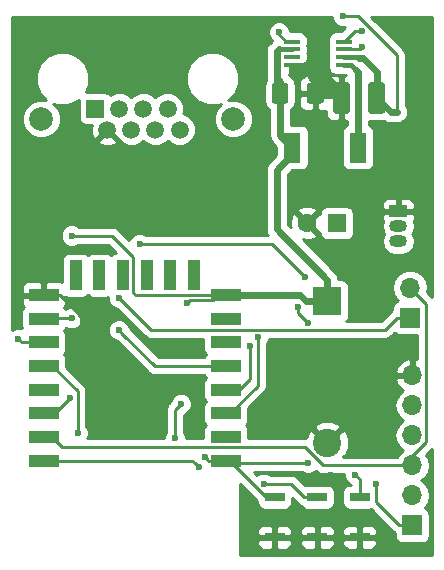
<source format=gtl>
G04 #@! TF.GenerationSoftware,KiCad,Pcbnew,5.0.2-bee76a0~70~ubuntu18.04.1*
G04 #@! TF.CreationDate,2019-08-17T16:59:23+02:00*
G04 #@! TF.ProjectId,HAN_ESP_TSS721,48414e5f-4553-4505-9f54-53533732312e,rev?*
G04 #@! TF.SameCoordinates,Original*
G04 #@! TF.FileFunction,Copper,L1,Top*
G04 #@! TF.FilePolarity,Positive*
%FSLAX46Y46*%
G04 Gerber Fmt 4.6, Leading zero omitted, Abs format (unit mm)*
G04 Created by KiCad (PCBNEW 5.0.2-bee76a0~70~ubuntu18.04.1) date Sat 17 Aug 2019 04:59:23 PM CEST*
%MOMM*%
%LPD*%
G01*
G04 APERTURE LIST*
G04 #@! TA.AperFunction,ComponentPad*
%ADD10R,2.400000X2.400000*%
G04 #@! TD*
G04 #@! TA.AperFunction,ComponentPad*
%ADD11C,2.400000*%
G04 #@! TD*
G04 #@! TA.AperFunction,ComponentPad*
%ADD12O,1.700000X1.700000*%
G04 #@! TD*
G04 #@! TA.AperFunction,ComponentPad*
%ADD13R,1.700000X1.700000*%
G04 #@! TD*
G04 #@! TA.AperFunction,SMDPad,CuDef*
%ADD14R,2.500000X1.100000*%
G04 #@! TD*
G04 #@! TA.AperFunction,SMDPad,CuDef*
%ADD15R,1.100000X2.500000*%
G04 #@! TD*
G04 #@! TA.AperFunction,SMDPad,CuDef*
%ADD16R,1.397000X0.431800*%
G04 #@! TD*
G04 #@! TA.AperFunction,ComponentPad*
%ADD17R,1.600000X1.600000*%
G04 #@! TD*
G04 #@! TA.AperFunction,ComponentPad*
%ADD18C,1.600000*%
G04 #@! TD*
G04 #@! TA.AperFunction,Conductor*
%ADD19C,0.100000*%
G04 #@! TD*
G04 #@! TA.AperFunction,SMDPad,CuDef*
%ADD20C,1.425000*%
G04 #@! TD*
G04 #@! TA.AperFunction,ComponentPad*
%ADD21R,1.500000X1.500000*%
G04 #@! TD*
G04 #@! TA.AperFunction,ComponentPad*
%ADD22C,1.500000*%
G04 #@! TD*
G04 #@! TA.AperFunction,ComponentPad*
%ADD23C,2.000000*%
G04 #@! TD*
G04 #@! TA.AperFunction,SMDPad,CuDef*
%ADD24R,1.460500X2.590800*%
G04 #@! TD*
G04 #@! TA.AperFunction,SMDPad,CuDef*
%ADD25R,1.700000X0.800000*%
G04 #@! TD*
G04 #@! TA.AperFunction,ComponentPad*
%ADD26O,1.500000X1.050000*%
G04 #@! TD*
G04 #@! TA.AperFunction,ComponentPad*
%ADD27R,1.500000X1.050000*%
G04 #@! TD*
G04 #@! TA.AperFunction,ViaPad*
%ADD28C,0.600000*%
G04 #@! TD*
G04 #@! TA.AperFunction,Conductor*
%ADD29C,0.250000*%
G04 #@! TD*
G04 #@! TA.AperFunction,Conductor*
%ADD30C,1.000000*%
G04 #@! TD*
G04 #@! TA.AperFunction,Conductor*
%ADD31C,0.400000*%
G04 #@! TD*
G04 #@! TA.AperFunction,Conductor*
%ADD32C,0.600000*%
G04 #@! TD*
G04 #@! TA.AperFunction,Conductor*
%ADD33C,0.254000*%
G04 #@! TD*
G04 APERTURE END LIST*
D10*
G04 #@! TO.P,C8,1*
G04 #@! TO.N,+3V3*
X59400000Y-92800000D03*
D11*
G04 #@! TO.P,C8,2*
G04 #@! TO.N,GND*
X59400000Y-104800000D03*
G04 #@! TD*
D12*
G04 #@! TO.P,J2,6*
G04 #@! TO.N,GND*
X66600000Y-99100000D03*
G04 #@! TO.P,J2,5*
G04 #@! TO.N,Net-(J2-Pad5)*
X66600000Y-101640000D03*
G04 #@! TO.P,J2,4*
G04 #@! TO.N,+3V3*
X66600000Y-104180000D03*
G04 #@! TO.P,J2,3*
G04 #@! TO.N,ESP_RX*
X66600000Y-106720000D03*
G04 #@! TO.P,J2,2*
G04 #@! TO.N,ESP_TX*
X66600000Y-109260000D03*
D13*
G04 #@! TO.P,J2,1*
G04 #@! TO.N,DTR*
X66600000Y-111800000D03*
G04 #@! TD*
D14*
G04 #@! TO.P,U5,1*
G04 #@! TO.N,ESP_RESET*
X50800000Y-106300000D03*
G04 #@! TO.P,U5,2*
G04 #@! TO.N,Net-(U5-Pad2)*
X50800000Y-104300000D03*
G04 #@! TO.P,U5,3*
G04 #@! TO.N,CH_PD*
X50800000Y-102300000D03*
G04 #@! TO.P,U5,4*
G04 #@! TO.N,Net-(JP2-Pad1)*
X50800000Y-100300000D03*
G04 #@! TO.P,U5,5*
G04 #@! TO.N,POWER_FAIL*
X50800000Y-98300000D03*
G04 #@! TO.P,U5,6*
G04 #@! TO.N,Net-(U5-Pad6)*
X50800000Y-96300000D03*
G04 #@! TO.P,U5,7*
G04 #@! TO.N,Net-(U5-Pad7)*
X50800000Y-94300000D03*
G04 #@! TO.P,U5,8*
G04 #@! TO.N,+3V3*
X50800000Y-92300000D03*
G04 #@! TO.P,U5,9*
G04 #@! TO.N,GND*
X35400000Y-92300000D03*
G04 #@! TO.P,U5,10*
G04 #@! TO.N,Net-(R19-Pad2)*
X35400000Y-94300000D03*
G04 #@! TO.P,U5,11*
G04 #@! TO.N,Net-(R18-Pad1)*
X35400000Y-96300000D03*
G04 #@! TO.P,U5,12*
G04 #@! TO.N,ESP_PROG*
X35400000Y-98300000D03*
G04 #@! TO.P,U5,13*
G04 #@! TO.N,Net-(U5-Pad13)*
X35400000Y-100300000D03*
G04 #@! TO.P,U5,14*
G04 #@! TO.N,ESP_Temp*
X35400000Y-102300000D03*
G04 #@! TO.P,U5,15*
G04 #@! TO.N,ESP_RX*
X35400000Y-104300000D03*
G04 #@! TO.P,U5,16*
G04 #@! TO.N,ESP_TX*
X35400000Y-106300000D03*
D15*
G04 #@! TO.P,U5,17*
G04 #@! TO.N,Net-(U5-Pad17)*
X48110000Y-90600000D03*
G04 #@! TO.P,U5,18*
G04 #@! TO.N,Net-(U5-Pad18)*
X46110000Y-90600000D03*
G04 #@! TO.P,U5,19*
G04 #@! TO.N,Net-(U5-Pad19)*
X44110000Y-90600000D03*
G04 #@! TO.P,U5,20*
G04 #@! TO.N,Net-(U5-Pad20)*
X42110000Y-90600000D03*
G04 #@! TO.P,U5,21*
G04 #@! TO.N,Net-(U5-Pad21)*
X40110000Y-90600000D03*
G04 #@! TO.P,U5,22*
G04 #@! TO.N,Net-(U5-Pad22)*
X38110000Y-90600000D03*
G04 #@! TD*
D16*
G04 #@! TO.P,U2,8*
G04 #@! TO.N,GND*
X56390200Y-72775000D03*
G04 #@! TO.P,U2,7*
G04 #@! TO.N,Net-(U2-Pad7)*
X56390200Y-72125000D03*
G04 #@! TO.P,U2,6*
G04 #@! TO.N,+3V3*
X56390200Y-71475000D03*
G04 #@! TO.P,U2,5*
G04 #@! TO.N,Net-(C7-Pad2)*
X56390200Y-70825000D03*
G04 #@! TO.P,U2,4*
G04 #@! TO.N,Net-(C6-Pad1)*
X60809800Y-70825000D03*
G04 #@! TO.P,U2,3*
G04 #@! TO.N,Net-(R8-Pad1)*
X60809800Y-71475000D03*
G04 #@! TO.P,U2,2*
G04 #@! TO.N,Net-(C2-Pad1)*
X60809800Y-72125000D03*
G04 #@! TO.P,U2,1*
G04 #@! TO.N,Net-(L1-Pad2)*
X60809800Y-72775000D03*
G04 #@! TD*
D13*
G04 #@! TO.P,JP1,1*
G04 #@! TO.N,HAN_TX*
X66400000Y-94200000D03*
D12*
G04 #@! TO.P,JP1,2*
G04 #@! TO.N,ESP_RX*
X66400000Y-91660000D03*
G04 #@! TD*
D17*
G04 #@! TO.P,C2,1*
G04 #@! TO.N,Net-(C2-Pad1)*
X60200000Y-86200000D03*
D18*
G04 #@! TO.P,C2,2*
G04 #@! TO.N,GND*
X57700000Y-86200000D03*
G04 #@! TD*
D19*
G04 #@! TO.N,Net-(C2-Pad1)*
G04 #@! TO.C,C3*
G36*
X64062004Y-74276204D02*
X64086273Y-74279804D01*
X64110071Y-74285765D01*
X64133171Y-74294030D01*
X64155349Y-74304520D01*
X64176393Y-74317133D01*
X64196098Y-74331747D01*
X64214277Y-74348223D01*
X64230753Y-74366402D01*
X64245367Y-74386107D01*
X64257980Y-74407151D01*
X64268470Y-74429329D01*
X64276735Y-74452429D01*
X64282696Y-74476227D01*
X64286296Y-74500496D01*
X64287500Y-74525000D01*
X64287500Y-76675000D01*
X64286296Y-76699504D01*
X64282696Y-76723773D01*
X64276735Y-76747571D01*
X64268470Y-76770671D01*
X64257980Y-76792849D01*
X64245367Y-76813893D01*
X64230753Y-76833598D01*
X64214277Y-76851777D01*
X64196098Y-76868253D01*
X64176393Y-76882867D01*
X64155349Y-76895480D01*
X64133171Y-76905970D01*
X64110071Y-76914235D01*
X64086273Y-76920196D01*
X64062004Y-76923796D01*
X64037500Y-76925000D01*
X63112500Y-76925000D01*
X63087996Y-76923796D01*
X63063727Y-76920196D01*
X63039929Y-76914235D01*
X63016829Y-76905970D01*
X62994651Y-76895480D01*
X62973607Y-76882867D01*
X62953902Y-76868253D01*
X62935723Y-76851777D01*
X62919247Y-76833598D01*
X62904633Y-76813893D01*
X62892020Y-76792849D01*
X62881530Y-76770671D01*
X62873265Y-76747571D01*
X62867304Y-76723773D01*
X62863704Y-76699504D01*
X62862500Y-76675000D01*
X62862500Y-74525000D01*
X62863704Y-74500496D01*
X62867304Y-74476227D01*
X62873265Y-74452429D01*
X62881530Y-74429329D01*
X62892020Y-74407151D01*
X62904633Y-74386107D01*
X62919247Y-74366402D01*
X62935723Y-74348223D01*
X62953902Y-74331747D01*
X62973607Y-74317133D01*
X62994651Y-74304520D01*
X63016829Y-74294030D01*
X63039929Y-74285765D01*
X63063727Y-74279804D01*
X63087996Y-74276204D01*
X63112500Y-74275000D01*
X64037500Y-74275000D01*
X64062004Y-74276204D01*
X64062004Y-74276204D01*
G37*
D20*
G04 #@! TD*
G04 #@! TO.P,C3,1*
G04 #@! TO.N,Net-(C2-Pad1)*
X63575000Y-75600000D03*
D19*
G04 #@! TO.N,GND*
G04 #@! TO.C,C3*
G36*
X61087004Y-74276204D02*
X61111273Y-74279804D01*
X61135071Y-74285765D01*
X61158171Y-74294030D01*
X61180349Y-74304520D01*
X61201393Y-74317133D01*
X61221098Y-74331747D01*
X61239277Y-74348223D01*
X61255753Y-74366402D01*
X61270367Y-74386107D01*
X61282980Y-74407151D01*
X61293470Y-74429329D01*
X61301735Y-74452429D01*
X61307696Y-74476227D01*
X61311296Y-74500496D01*
X61312500Y-74525000D01*
X61312500Y-76675000D01*
X61311296Y-76699504D01*
X61307696Y-76723773D01*
X61301735Y-76747571D01*
X61293470Y-76770671D01*
X61282980Y-76792849D01*
X61270367Y-76813893D01*
X61255753Y-76833598D01*
X61239277Y-76851777D01*
X61221098Y-76868253D01*
X61201393Y-76882867D01*
X61180349Y-76895480D01*
X61158171Y-76905970D01*
X61135071Y-76914235D01*
X61111273Y-76920196D01*
X61087004Y-76923796D01*
X61062500Y-76925000D01*
X60137500Y-76925000D01*
X60112996Y-76923796D01*
X60088727Y-76920196D01*
X60064929Y-76914235D01*
X60041829Y-76905970D01*
X60019651Y-76895480D01*
X59998607Y-76882867D01*
X59978902Y-76868253D01*
X59960723Y-76851777D01*
X59944247Y-76833598D01*
X59929633Y-76813893D01*
X59917020Y-76792849D01*
X59906530Y-76770671D01*
X59898265Y-76747571D01*
X59892304Y-76723773D01*
X59888704Y-76699504D01*
X59887500Y-76675000D01*
X59887500Y-74525000D01*
X59888704Y-74500496D01*
X59892304Y-74476227D01*
X59898265Y-74452429D01*
X59906530Y-74429329D01*
X59917020Y-74407151D01*
X59929633Y-74386107D01*
X59944247Y-74366402D01*
X59960723Y-74348223D01*
X59978902Y-74331747D01*
X59998607Y-74317133D01*
X60019651Y-74304520D01*
X60041829Y-74294030D01*
X60064929Y-74285765D01*
X60088727Y-74279804D01*
X60112996Y-74276204D01*
X60137500Y-74275000D01*
X61062500Y-74275000D01*
X61087004Y-74276204D01*
X61087004Y-74276204D01*
G37*
D20*
G04 #@! TD*
G04 #@! TO.P,C3,2*
G04 #@! TO.N,GND*
X60600000Y-75600000D03*
D19*
G04 #@! TO.N,GND*
G04 #@! TO.C,C10*
G36*
X58862004Y-74326204D02*
X58886273Y-74329804D01*
X58910071Y-74335765D01*
X58933171Y-74344030D01*
X58955349Y-74354520D01*
X58976393Y-74367133D01*
X58996098Y-74381747D01*
X59014277Y-74398223D01*
X59030753Y-74416402D01*
X59045367Y-74436107D01*
X59057980Y-74457151D01*
X59068470Y-74479329D01*
X59076735Y-74502429D01*
X59082696Y-74526227D01*
X59086296Y-74550496D01*
X59087500Y-74575000D01*
X59087500Y-75825000D01*
X59086296Y-75849504D01*
X59082696Y-75873773D01*
X59076735Y-75897571D01*
X59068470Y-75920671D01*
X59057980Y-75942849D01*
X59045367Y-75963893D01*
X59030753Y-75983598D01*
X59014277Y-76001777D01*
X58996098Y-76018253D01*
X58976393Y-76032867D01*
X58955349Y-76045480D01*
X58933171Y-76055970D01*
X58910071Y-76064235D01*
X58886273Y-76070196D01*
X58862004Y-76073796D01*
X58837500Y-76075000D01*
X57912500Y-76075000D01*
X57887996Y-76073796D01*
X57863727Y-76070196D01*
X57839929Y-76064235D01*
X57816829Y-76055970D01*
X57794651Y-76045480D01*
X57773607Y-76032867D01*
X57753902Y-76018253D01*
X57735723Y-76001777D01*
X57719247Y-75983598D01*
X57704633Y-75963893D01*
X57692020Y-75942849D01*
X57681530Y-75920671D01*
X57673265Y-75897571D01*
X57667304Y-75873773D01*
X57663704Y-75849504D01*
X57662500Y-75825000D01*
X57662500Y-74575000D01*
X57663704Y-74550496D01*
X57667304Y-74526227D01*
X57673265Y-74502429D01*
X57681530Y-74479329D01*
X57692020Y-74457151D01*
X57704633Y-74436107D01*
X57719247Y-74416402D01*
X57735723Y-74398223D01*
X57753902Y-74381747D01*
X57773607Y-74367133D01*
X57794651Y-74354520D01*
X57816829Y-74344030D01*
X57839929Y-74335765D01*
X57863727Y-74329804D01*
X57887996Y-74326204D01*
X57912500Y-74325000D01*
X58837500Y-74325000D01*
X58862004Y-74326204D01*
X58862004Y-74326204D01*
G37*
D20*
G04 #@! TD*
G04 #@! TO.P,C10,2*
G04 #@! TO.N,GND*
X58375000Y-75200000D03*
D19*
G04 #@! TO.N,+3V3*
G04 #@! TO.C,C10*
G36*
X55887004Y-74326204D02*
X55911273Y-74329804D01*
X55935071Y-74335765D01*
X55958171Y-74344030D01*
X55980349Y-74354520D01*
X56001393Y-74367133D01*
X56021098Y-74381747D01*
X56039277Y-74398223D01*
X56055753Y-74416402D01*
X56070367Y-74436107D01*
X56082980Y-74457151D01*
X56093470Y-74479329D01*
X56101735Y-74502429D01*
X56107696Y-74526227D01*
X56111296Y-74550496D01*
X56112500Y-74575000D01*
X56112500Y-75825000D01*
X56111296Y-75849504D01*
X56107696Y-75873773D01*
X56101735Y-75897571D01*
X56093470Y-75920671D01*
X56082980Y-75942849D01*
X56070367Y-75963893D01*
X56055753Y-75983598D01*
X56039277Y-76001777D01*
X56021098Y-76018253D01*
X56001393Y-76032867D01*
X55980349Y-76045480D01*
X55958171Y-76055970D01*
X55935071Y-76064235D01*
X55911273Y-76070196D01*
X55887004Y-76073796D01*
X55862500Y-76075000D01*
X54937500Y-76075000D01*
X54912996Y-76073796D01*
X54888727Y-76070196D01*
X54864929Y-76064235D01*
X54841829Y-76055970D01*
X54819651Y-76045480D01*
X54798607Y-76032867D01*
X54778902Y-76018253D01*
X54760723Y-76001777D01*
X54744247Y-75983598D01*
X54729633Y-75963893D01*
X54717020Y-75942849D01*
X54706530Y-75920671D01*
X54698265Y-75897571D01*
X54692304Y-75873773D01*
X54688704Y-75849504D01*
X54687500Y-75825000D01*
X54687500Y-74575000D01*
X54688704Y-74550496D01*
X54692304Y-74526227D01*
X54698265Y-74502429D01*
X54706530Y-74479329D01*
X54717020Y-74457151D01*
X54729633Y-74436107D01*
X54744247Y-74416402D01*
X54760723Y-74398223D01*
X54778902Y-74381747D01*
X54798607Y-74367133D01*
X54819651Y-74354520D01*
X54841829Y-74344030D01*
X54864929Y-74335765D01*
X54888727Y-74329804D01*
X54912996Y-74326204D01*
X54937500Y-74325000D01*
X55862500Y-74325000D01*
X55887004Y-74326204D01*
X55887004Y-74326204D01*
G37*
D20*
G04 #@! TD*
G04 #@! TO.P,C10,1*
G04 #@! TO.N,+3V3*
X55400000Y-75200000D03*
D21*
G04 #@! TO.P,J1,1*
G04 #@! TO.N,HAN1*
X39750000Y-76500000D03*
D22*
G04 #@! TO.P,J1,3*
G04 #@! TO.N,Net-(J1-Pad3)*
X41790000Y-76500000D03*
G04 #@! TO.P,J1,5*
G04 #@! TO.N,Net-(J1-Pad5)*
X43830000Y-76500000D03*
G04 #@! TO.P,J1,7*
G04 #@! TO.N,Net-(J1-Pad7)*
X45870000Y-76500000D03*
G04 #@! TO.P,J1,2*
G04 #@! TO.N,GND*
X40770000Y-78280000D03*
G04 #@! TO.P,J1,4*
G04 #@! TO.N,Net-(J1-Pad4)*
X42810000Y-78280000D03*
G04 #@! TO.P,J1,6*
G04 #@! TO.N,Net-(J1-Pad6)*
X44850000Y-78280000D03*
G04 #@! TO.P,J1,8*
G04 #@! TO.N,Net-(J1-Pad8)*
X46890000Y-78280000D03*
D23*
G04 #@! TO.P,J1,SH*
G04 #@! TO.N,Net-(J1-PadSH)*
X51440000Y-77390000D03*
X35180000Y-77390000D03*
G04 #@! TD*
D24*
G04 #@! TO.P,L1,1*
G04 #@! TO.N,+3V3*
X56450100Y-79800000D03*
G04 #@! TO.P,L1,2*
G04 #@! TO.N,Net-(L1-Pad2)*
X62000000Y-79800000D03*
G04 #@! TD*
D25*
G04 #@! TO.P,S1,1*
G04 #@! TO.N,GND*
X62150000Y-112800000D03*
G04 #@! TO.P,S1,2*
G04 #@! TO.N,MR*
X62150000Y-109400000D03*
G04 #@! TD*
G04 #@! TO.P,S2,1*
G04 #@! TO.N,GND*
X58550000Y-112800000D03*
G04 #@! TO.P,S2,2*
G04 #@! TO.N,ESP_PROG*
X58550000Y-109400000D03*
G04 #@! TD*
G04 #@! TO.P,S3,2*
G04 #@! TO.N,ESP_RESET*
X54950000Y-109400000D03*
G04 #@! TO.P,S3,1*
G04 #@! TO.N,GND*
X54950000Y-112800000D03*
G04 #@! TD*
D26*
G04 #@! TO.P,U4,2*
G04 #@! TO.N,ESP_Temp*
X65400000Y-86470000D03*
G04 #@! TO.P,U4,3*
G04 #@! TO.N,+3V3*
X65400000Y-87740000D03*
D27*
G04 #@! TO.P,U4,1*
G04 #@! TO.N,GND*
X65400000Y-85200000D03*
G04 #@! TD*
D28*
G04 #@! TO.N,GND*
X35500000Y-87000000D03*
X38250000Y-96250000D03*
X59750000Y-102000000D03*
X56750000Y-102500000D03*
X42250000Y-98000000D03*
X47500000Y-99750000D03*
X58500000Y-72000000D03*
X58750000Y-71250000D03*
X58500000Y-70500000D03*
X55250000Y-96500000D03*
X60250000Y-111000000D03*
X56500000Y-111000000D03*
X33500000Y-92500000D03*
X59750000Y-107500000D03*
G04 #@! TO.N,Net-(C2-Pad1)*
X65300000Y-76800000D03*
X60750000Y-68700000D03*
G04 #@! TO.N,HAN_TX*
X41749964Y-92500000D03*
G04 #@! TO.N,+3V3*
X47500000Y-93000000D03*
X37750000Y-87250000D03*
X47000000Y-101500000D03*
X46500000Y-104375000D03*
G04 #@! TO.N,ESP_RESET*
X57750000Y-106500000D03*
X49002976Y-105991039D03*
G04 #@! TO.N,ESP_PROG*
X54000014Y-108250000D03*
X38250000Y-104000000D03*
G04 #@! TO.N,ESP_TX*
X48500000Y-106849970D03*
G04 #@! TO.N,ESP_Temp*
X37625000Y-101000000D03*
X57500000Y-90750000D03*
X43499976Y-88000000D03*
G04 #@! TO.N,Net-(C6-Pad1)*
X62300000Y-69900000D03*
G04 #@! TO.N,DTR*
X63499992Y-108250000D03*
G04 #@! TO.N,Net-(R18-Pad1)*
X33250000Y-96000000D03*
G04 #@! TO.N,Net-(C7-Pad2)*
X55300000Y-70025010D03*
G04 #@! TO.N,Net-(JP2-Pad1)*
X52875000Y-96575850D03*
G04 #@! TO.N,CH_PD*
X53500000Y-95874990D03*
G04 #@! TO.N,Net-(R8-Pad1)*
X62300000Y-71300000D03*
G04 #@! TO.N,Net-(R19-Pad2)*
X37750000Y-94250000D03*
G04 #@! TO.N,MR*
X61750000Y-107500000D03*
X56959314Y-93290686D03*
X57750000Y-94625000D03*
G04 #@! TO.N,POWER_FAIL*
X41750012Y-95250000D03*
G04 #@! TD*
D29*
G04 #@! TO.N,GND*
X38549999Y-95950001D02*
X38250000Y-96250000D01*
X38549999Y-94124997D02*
X38549999Y-95950001D01*
X36725002Y-92300000D02*
X38549999Y-94124997D01*
X36100000Y-92300000D02*
X36725002Y-92300000D01*
D30*
X60200000Y-75200000D02*
X60600000Y-75600000D01*
X58500000Y-72000000D02*
X58500000Y-73950000D01*
X58500000Y-73950000D02*
X59750000Y-75200000D01*
X58375000Y-75200000D02*
X59750000Y-75200000D01*
X59750000Y-75200000D02*
X60200000Y-75200000D01*
X60600000Y-75600000D02*
X59816790Y-74816790D01*
X59816790Y-74566790D02*
X58500000Y-73250000D01*
X59816790Y-74816790D02*
X59816790Y-74566790D01*
D31*
X57488700Y-72775000D02*
X57500000Y-72786300D01*
X56390200Y-72775000D02*
X57488700Y-72775000D01*
D32*
X58475000Y-72775000D02*
X58500000Y-72750000D01*
D30*
X58500000Y-72000000D02*
X58500000Y-72750000D01*
X58500000Y-72750000D02*
X58500000Y-73250000D01*
D32*
X58375000Y-74225000D02*
X58000000Y-73850000D01*
X58375000Y-75200000D02*
X58375000Y-74225000D01*
X57488700Y-72775000D02*
X58000000Y-72775000D01*
X58000000Y-73850000D02*
X58000000Y-72775000D01*
X58000000Y-72775000D02*
X58475000Y-72775000D01*
X58375000Y-75200000D02*
X58375000Y-74625000D01*
X58500000Y-73250000D02*
X56750000Y-73250000D01*
G04 #@! TO.N,Net-(C2-Pad1)*
X63575000Y-73375000D02*
X62400000Y-72200000D01*
X63575000Y-75600000D02*
X63575000Y-73375000D01*
X62400000Y-72200000D02*
X62100000Y-72200000D01*
D31*
X62025000Y-72125000D02*
X62100000Y-72200000D01*
X60809800Y-72125000D02*
X62025000Y-72125000D01*
D32*
X64775000Y-76800000D02*
X63575000Y-75600000D01*
X65300000Y-76800000D02*
X64775000Y-76800000D01*
D29*
X65300000Y-71974998D02*
X62025002Y-68700000D01*
X62025002Y-68700000D02*
X61174264Y-68700000D01*
X61174264Y-68700000D02*
X60750000Y-68700000D01*
X65300000Y-76800000D02*
X65300000Y-71974998D01*
G04 #@! TO.N,HAN_TX*
X53800002Y-95249988D02*
X44499952Y-95249988D01*
X44499952Y-95249988D02*
X42049963Y-92799999D01*
X64250000Y-95250000D02*
X53800014Y-95250000D01*
X53800014Y-95250000D02*
X53800002Y-95249988D01*
X42049963Y-92799999D02*
X41749964Y-92500000D01*
X65300000Y-94200000D02*
X64250000Y-95250000D01*
X66400000Y-94200000D02*
X65300000Y-94200000D01*
D31*
G04 #@! TO.N,+3V3*
X56390200Y-71475000D02*
X55291700Y-71475000D01*
D32*
X55125000Y-71641700D02*
X55291700Y-71475000D01*
X55125000Y-73950000D02*
X55125000Y-71641700D01*
X55400000Y-74225000D02*
X55125000Y-73950000D01*
X55400000Y-75200000D02*
X55400000Y-74225000D01*
X55125000Y-74175000D02*
X55125000Y-73950000D01*
X55400000Y-78749900D02*
X56450100Y-79800000D01*
X55400000Y-75200000D02*
X55400000Y-78749900D01*
X57100000Y-92300000D02*
X50100000Y-92300000D01*
X57600000Y-92800000D02*
X57100000Y-92300000D01*
X59400000Y-92800000D02*
X57600000Y-92800000D01*
D29*
X49699999Y-92700001D02*
X50100000Y-92300000D01*
X47799999Y-92700001D02*
X49699999Y-92700001D01*
X47500000Y-93000000D02*
X47799999Y-92700001D01*
X41145002Y-87250000D02*
X37750000Y-87250000D01*
X42985001Y-89089999D02*
X41145002Y-87250000D01*
X42985001Y-92110001D02*
X42985001Y-89089999D01*
X50100000Y-92300000D02*
X43175000Y-92300000D01*
X43175000Y-92300000D02*
X42985001Y-92110001D01*
X47000000Y-101500000D02*
X46500000Y-102000000D01*
X46500000Y-102000000D02*
X46500000Y-104375000D01*
D32*
X56450100Y-80365150D02*
X55119850Y-81695400D01*
X56450100Y-79800000D02*
X56450100Y-80365150D01*
X55119850Y-86719850D02*
X59400000Y-91000000D01*
X59400000Y-91000000D02*
X59400000Y-92800000D01*
X55119850Y-81695400D02*
X55119850Y-86719850D01*
D29*
G04 #@! TO.N,ESP_RESET*
X54224994Y-109400000D02*
X54950000Y-109400000D01*
X51124994Y-106300000D02*
X54224994Y-109400000D01*
X50100000Y-106300000D02*
X51124994Y-106300000D01*
X50300000Y-106500000D02*
X50100000Y-106300000D01*
X57750000Y-106500000D02*
X50300000Y-106500000D01*
X49311937Y-106300000D02*
X49302975Y-106291038D01*
X49302975Y-106291038D02*
X49002976Y-105991039D01*
X50100000Y-106300000D02*
X49311937Y-106300000D01*
G04 #@! TO.N,ESP_PROG*
X54424278Y-108250000D02*
X54000014Y-108250000D01*
X58550000Y-109400000D02*
X57450000Y-109400000D01*
X57450000Y-109400000D02*
X56300000Y-108250000D01*
X56300000Y-108250000D02*
X54424278Y-108250000D01*
X36100000Y-98300000D02*
X38250000Y-100450000D01*
X38250000Y-100450000D02*
X38250000Y-104000000D01*
G04 #@! TO.N,ESP_RX*
X59062998Y-106720000D02*
X65397919Y-106720000D01*
X57517999Y-105175001D02*
X59062998Y-106720000D01*
X36975001Y-105175001D02*
X57517999Y-105175001D01*
X65397919Y-106720000D02*
X66600000Y-106720000D01*
X36100000Y-104300000D02*
X36975001Y-105175001D01*
X67249999Y-92509999D02*
X66400000Y-91660000D01*
X67775001Y-93035001D02*
X67249999Y-92509999D01*
X67775001Y-104744001D02*
X67775001Y-93035001D01*
X66600000Y-105919002D02*
X67775001Y-104744001D01*
X66600000Y-106720000D02*
X66600000Y-105919002D01*
G04 #@! TO.N,ESP_TX*
X48200001Y-106549971D02*
X48500000Y-106849970D01*
X47950030Y-106300000D02*
X48200001Y-106549971D01*
X36100000Y-106300000D02*
X47950030Y-106300000D01*
G04 #@! TO.N,ESP_Temp*
X36100000Y-102300000D02*
X36325000Y-102300000D01*
X36325000Y-102300000D02*
X37625000Y-101000000D01*
X54750000Y-88000000D02*
X43924240Y-88000000D01*
X57500000Y-90750000D02*
X54750000Y-88000000D01*
X43924240Y-88000000D02*
X43499976Y-88000000D01*
G04 #@! TO.N,Net-(C6-Pad1)*
X61734800Y-69900000D02*
X60809800Y-70825000D01*
X62300000Y-69900000D02*
X61734800Y-69900000D01*
G04 #@! TO.N,DTR*
X63499992Y-109799992D02*
X63499992Y-108674264D01*
X63499992Y-108674264D02*
X63499992Y-108250000D01*
X65500000Y-111800000D02*
X63499992Y-109799992D01*
X66600000Y-111800000D02*
X65500000Y-111800000D01*
G04 #@! TO.N,Net-(R18-Pad1)*
X33549999Y-96299999D02*
X36099999Y-96299999D01*
X36099999Y-96299999D02*
X36100000Y-96300000D01*
X33250000Y-96000000D02*
X33549999Y-96299999D01*
G04 #@! TO.N,Net-(C7-Pad2)*
X56390200Y-70825000D02*
X55907600Y-70825000D01*
X55907600Y-70825000D02*
X55300000Y-70217400D01*
X55300000Y-70217400D02*
X55300000Y-70025010D01*
G04 #@! TO.N,Net-(JP2-Pad1)*
X51950000Y-100300000D02*
X50100000Y-100300000D01*
X52875000Y-96575850D02*
X52875000Y-99375000D01*
X52875000Y-99375000D02*
X51950000Y-100300000D01*
D31*
G04 #@! TO.N,Net-(L1-Pad2)*
X60809800Y-72775000D02*
X61375000Y-72775000D01*
X61375000Y-72775000D02*
X61800000Y-73200000D01*
D32*
X62000000Y-73400000D02*
X62000000Y-79800000D01*
X61800000Y-73200000D02*
X62000000Y-73400000D01*
D29*
G04 #@! TO.N,CH_PD*
X53500000Y-96299254D02*
X53500000Y-95874990D01*
X53500000Y-99985002D02*
X53500000Y-96299254D01*
X51185002Y-102300000D02*
X53500000Y-99985002D01*
X50100000Y-102300000D02*
X51185002Y-102300000D01*
G04 #@! TO.N,Net-(R8-Pad1)*
X62125000Y-71475000D02*
X60809800Y-71475000D01*
X62300000Y-71300000D02*
X62125000Y-71475000D01*
G04 #@! TO.N,Net-(R19-Pad2)*
X35900000Y-94500000D02*
X36100000Y-94300000D01*
X36150000Y-94250000D02*
X36100000Y-94300000D01*
X37750000Y-94250000D02*
X36150000Y-94250000D01*
G04 #@! TO.N,MR*
X62150000Y-109400000D02*
X62150000Y-107900000D01*
X62150000Y-107900000D02*
X61750000Y-107500000D01*
X56959314Y-93290686D02*
X56959314Y-93834314D01*
X56959314Y-93834314D02*
X57750000Y-94625000D01*
G04 #@! TO.N,POWER_FAIL*
X50100000Y-98300000D02*
X44800012Y-98300000D01*
X44800012Y-98300000D02*
X42050011Y-95549999D01*
X42050011Y-95549999D02*
X41750012Y-95250000D01*
G04 #@! TD*
D33*
G04 #@! TO.N,GND*
G36*
X68290001Y-114290000D02*
X52007000Y-114290000D01*
X52007000Y-113085750D01*
X53465000Y-113085750D01*
X53465000Y-113326309D01*
X53561673Y-113559698D01*
X53740301Y-113738327D01*
X53973690Y-113835000D01*
X54664250Y-113835000D01*
X54823000Y-113676250D01*
X54823000Y-112927000D01*
X55077000Y-112927000D01*
X55077000Y-113676250D01*
X55235750Y-113835000D01*
X55926310Y-113835000D01*
X56159699Y-113738327D01*
X56338327Y-113559698D01*
X56435000Y-113326309D01*
X56435000Y-113085750D01*
X57065000Y-113085750D01*
X57065000Y-113326309D01*
X57161673Y-113559698D01*
X57340301Y-113738327D01*
X57573690Y-113835000D01*
X58264250Y-113835000D01*
X58423000Y-113676250D01*
X58423000Y-112927000D01*
X58677000Y-112927000D01*
X58677000Y-113676250D01*
X58835750Y-113835000D01*
X59526310Y-113835000D01*
X59759699Y-113738327D01*
X59938327Y-113559698D01*
X60035000Y-113326309D01*
X60035000Y-113085750D01*
X60665000Y-113085750D01*
X60665000Y-113326309D01*
X60761673Y-113559698D01*
X60940301Y-113738327D01*
X61173690Y-113835000D01*
X61864250Y-113835000D01*
X62023000Y-113676250D01*
X62023000Y-112927000D01*
X62277000Y-112927000D01*
X62277000Y-113676250D01*
X62435750Y-113835000D01*
X63126310Y-113835000D01*
X63359699Y-113738327D01*
X63538327Y-113559698D01*
X63635000Y-113326309D01*
X63635000Y-113085750D01*
X63476250Y-112927000D01*
X62277000Y-112927000D01*
X62023000Y-112927000D01*
X60823750Y-112927000D01*
X60665000Y-113085750D01*
X60035000Y-113085750D01*
X59876250Y-112927000D01*
X58677000Y-112927000D01*
X58423000Y-112927000D01*
X57223750Y-112927000D01*
X57065000Y-113085750D01*
X56435000Y-113085750D01*
X56276250Y-112927000D01*
X55077000Y-112927000D01*
X54823000Y-112927000D01*
X53623750Y-112927000D01*
X53465000Y-113085750D01*
X52007000Y-113085750D01*
X52007000Y-112273691D01*
X53465000Y-112273691D01*
X53465000Y-112514250D01*
X53623750Y-112673000D01*
X54823000Y-112673000D01*
X54823000Y-111923750D01*
X55077000Y-111923750D01*
X55077000Y-112673000D01*
X56276250Y-112673000D01*
X56435000Y-112514250D01*
X56435000Y-112273691D01*
X57065000Y-112273691D01*
X57065000Y-112514250D01*
X57223750Y-112673000D01*
X58423000Y-112673000D01*
X58423000Y-111923750D01*
X58677000Y-111923750D01*
X58677000Y-112673000D01*
X59876250Y-112673000D01*
X60035000Y-112514250D01*
X60035000Y-112273691D01*
X60665000Y-112273691D01*
X60665000Y-112514250D01*
X60823750Y-112673000D01*
X62023000Y-112673000D01*
X62023000Y-111923750D01*
X62277000Y-111923750D01*
X62277000Y-112673000D01*
X63476250Y-112673000D01*
X63635000Y-112514250D01*
X63635000Y-112273691D01*
X63538327Y-112040302D01*
X63359699Y-111861673D01*
X63126310Y-111765000D01*
X62435750Y-111765000D01*
X62277000Y-111923750D01*
X62023000Y-111923750D01*
X61864250Y-111765000D01*
X61173690Y-111765000D01*
X60940301Y-111861673D01*
X60761673Y-112040302D01*
X60665000Y-112273691D01*
X60035000Y-112273691D01*
X59938327Y-112040302D01*
X59759699Y-111861673D01*
X59526310Y-111765000D01*
X58835750Y-111765000D01*
X58677000Y-111923750D01*
X58423000Y-111923750D01*
X58264250Y-111765000D01*
X57573690Y-111765000D01*
X57340301Y-111861673D01*
X57161673Y-112040302D01*
X57065000Y-112273691D01*
X56435000Y-112273691D01*
X56338327Y-112040302D01*
X56159699Y-111861673D01*
X55926310Y-111765000D01*
X55235750Y-111765000D01*
X55077000Y-111923750D01*
X54823000Y-111923750D01*
X54664250Y-111765000D01*
X53973690Y-111765000D01*
X53740301Y-111861673D01*
X53561673Y-112040302D01*
X53465000Y-112273691D01*
X52007000Y-112273691D01*
X52007000Y-108256807D01*
X53452560Y-109702368D01*
X53452560Y-109800000D01*
X53501843Y-110047765D01*
X53642191Y-110257809D01*
X53852235Y-110398157D01*
X54100000Y-110447440D01*
X55800000Y-110447440D01*
X56047765Y-110398157D01*
X56257809Y-110257809D01*
X56398157Y-110047765D01*
X56447440Y-109800000D01*
X56447440Y-109472242D01*
X56859671Y-109884473D01*
X56902071Y-109947929D01*
X57142460Y-110108552D01*
X57242191Y-110257809D01*
X57452235Y-110398157D01*
X57700000Y-110447440D01*
X59400000Y-110447440D01*
X59647765Y-110398157D01*
X59857809Y-110257809D01*
X59998157Y-110047765D01*
X60047440Y-109800000D01*
X60047440Y-109000000D01*
X59998157Y-108752235D01*
X59857809Y-108542191D01*
X59647765Y-108401843D01*
X59400000Y-108352560D01*
X57700000Y-108352560D01*
X57514299Y-108389498D01*
X56890331Y-107765530D01*
X56847929Y-107702071D01*
X56596537Y-107534096D01*
X56374852Y-107490000D01*
X56374847Y-107490000D01*
X56300000Y-107475112D01*
X56225153Y-107490000D01*
X54562304Y-107490000D01*
X54529649Y-107457345D01*
X54185997Y-107315000D01*
X53814031Y-107315000D01*
X53470379Y-107457345D01*
X53413760Y-107513964D01*
X53159795Y-107260000D01*
X57187710Y-107260000D01*
X57220365Y-107292655D01*
X57564017Y-107435000D01*
X57935983Y-107435000D01*
X58279635Y-107292655D01*
X58420243Y-107152047D01*
X58472669Y-107204473D01*
X58515069Y-107267929D01*
X58766461Y-107435904D01*
X58988146Y-107480000D01*
X58988150Y-107480000D01*
X59062998Y-107494888D01*
X59137846Y-107480000D01*
X60815000Y-107480000D01*
X60815000Y-107685983D01*
X60957345Y-108029635D01*
X61220365Y-108292655D01*
X61364989Y-108352560D01*
X61300000Y-108352560D01*
X61052235Y-108401843D01*
X60842191Y-108542191D01*
X60701843Y-108752235D01*
X60652560Y-109000000D01*
X60652560Y-109800000D01*
X60701843Y-110047765D01*
X60842191Y-110257809D01*
X61052235Y-110398157D01*
X61300000Y-110447440D01*
X63000000Y-110447440D01*
X63060587Y-110435389D01*
X64909673Y-112284476D01*
X64952071Y-112347929D01*
X65015524Y-112390327D01*
X65015526Y-112390329D01*
X65102560Y-112448483D01*
X65102560Y-112650000D01*
X65151843Y-112897765D01*
X65292191Y-113107809D01*
X65502235Y-113248157D01*
X65750000Y-113297440D01*
X67450000Y-113297440D01*
X67697765Y-113248157D01*
X67907809Y-113107809D01*
X68048157Y-112897765D01*
X68097440Y-112650000D01*
X68097440Y-110950000D01*
X68048157Y-110702235D01*
X67907809Y-110492191D01*
X67697765Y-110351843D01*
X67652381Y-110342816D01*
X67670625Y-110330625D01*
X67998839Y-109839418D01*
X68114092Y-109260000D01*
X67998839Y-108680582D01*
X67670625Y-108189375D01*
X67372239Y-107990000D01*
X67670625Y-107790625D01*
X67998839Y-107299418D01*
X68114092Y-106720000D01*
X67998839Y-106140582D01*
X67780296Y-105813509D01*
X68259477Y-105334328D01*
X68290001Y-105313933D01*
X68290001Y-114290000D01*
X68290001Y-114290000D01*
G37*
X68290001Y-114290000D02*
X52007000Y-114290000D01*
X52007000Y-113085750D01*
X53465000Y-113085750D01*
X53465000Y-113326309D01*
X53561673Y-113559698D01*
X53740301Y-113738327D01*
X53973690Y-113835000D01*
X54664250Y-113835000D01*
X54823000Y-113676250D01*
X54823000Y-112927000D01*
X55077000Y-112927000D01*
X55077000Y-113676250D01*
X55235750Y-113835000D01*
X55926310Y-113835000D01*
X56159699Y-113738327D01*
X56338327Y-113559698D01*
X56435000Y-113326309D01*
X56435000Y-113085750D01*
X57065000Y-113085750D01*
X57065000Y-113326309D01*
X57161673Y-113559698D01*
X57340301Y-113738327D01*
X57573690Y-113835000D01*
X58264250Y-113835000D01*
X58423000Y-113676250D01*
X58423000Y-112927000D01*
X58677000Y-112927000D01*
X58677000Y-113676250D01*
X58835750Y-113835000D01*
X59526310Y-113835000D01*
X59759699Y-113738327D01*
X59938327Y-113559698D01*
X60035000Y-113326309D01*
X60035000Y-113085750D01*
X60665000Y-113085750D01*
X60665000Y-113326309D01*
X60761673Y-113559698D01*
X60940301Y-113738327D01*
X61173690Y-113835000D01*
X61864250Y-113835000D01*
X62023000Y-113676250D01*
X62023000Y-112927000D01*
X62277000Y-112927000D01*
X62277000Y-113676250D01*
X62435750Y-113835000D01*
X63126310Y-113835000D01*
X63359699Y-113738327D01*
X63538327Y-113559698D01*
X63635000Y-113326309D01*
X63635000Y-113085750D01*
X63476250Y-112927000D01*
X62277000Y-112927000D01*
X62023000Y-112927000D01*
X60823750Y-112927000D01*
X60665000Y-113085750D01*
X60035000Y-113085750D01*
X59876250Y-112927000D01*
X58677000Y-112927000D01*
X58423000Y-112927000D01*
X57223750Y-112927000D01*
X57065000Y-113085750D01*
X56435000Y-113085750D01*
X56276250Y-112927000D01*
X55077000Y-112927000D01*
X54823000Y-112927000D01*
X53623750Y-112927000D01*
X53465000Y-113085750D01*
X52007000Y-113085750D01*
X52007000Y-112273691D01*
X53465000Y-112273691D01*
X53465000Y-112514250D01*
X53623750Y-112673000D01*
X54823000Y-112673000D01*
X54823000Y-111923750D01*
X55077000Y-111923750D01*
X55077000Y-112673000D01*
X56276250Y-112673000D01*
X56435000Y-112514250D01*
X56435000Y-112273691D01*
X57065000Y-112273691D01*
X57065000Y-112514250D01*
X57223750Y-112673000D01*
X58423000Y-112673000D01*
X58423000Y-111923750D01*
X58677000Y-111923750D01*
X58677000Y-112673000D01*
X59876250Y-112673000D01*
X60035000Y-112514250D01*
X60035000Y-112273691D01*
X60665000Y-112273691D01*
X60665000Y-112514250D01*
X60823750Y-112673000D01*
X62023000Y-112673000D01*
X62023000Y-111923750D01*
X62277000Y-111923750D01*
X62277000Y-112673000D01*
X63476250Y-112673000D01*
X63635000Y-112514250D01*
X63635000Y-112273691D01*
X63538327Y-112040302D01*
X63359699Y-111861673D01*
X63126310Y-111765000D01*
X62435750Y-111765000D01*
X62277000Y-111923750D01*
X62023000Y-111923750D01*
X61864250Y-111765000D01*
X61173690Y-111765000D01*
X60940301Y-111861673D01*
X60761673Y-112040302D01*
X60665000Y-112273691D01*
X60035000Y-112273691D01*
X59938327Y-112040302D01*
X59759699Y-111861673D01*
X59526310Y-111765000D01*
X58835750Y-111765000D01*
X58677000Y-111923750D01*
X58423000Y-111923750D01*
X58264250Y-111765000D01*
X57573690Y-111765000D01*
X57340301Y-111861673D01*
X57161673Y-112040302D01*
X57065000Y-112273691D01*
X56435000Y-112273691D01*
X56338327Y-112040302D01*
X56159699Y-111861673D01*
X55926310Y-111765000D01*
X55235750Y-111765000D01*
X55077000Y-111923750D01*
X54823000Y-111923750D01*
X54664250Y-111765000D01*
X53973690Y-111765000D01*
X53740301Y-111861673D01*
X53561673Y-112040302D01*
X53465000Y-112273691D01*
X52007000Y-112273691D01*
X52007000Y-108256807D01*
X53452560Y-109702368D01*
X53452560Y-109800000D01*
X53501843Y-110047765D01*
X53642191Y-110257809D01*
X53852235Y-110398157D01*
X54100000Y-110447440D01*
X55800000Y-110447440D01*
X56047765Y-110398157D01*
X56257809Y-110257809D01*
X56398157Y-110047765D01*
X56447440Y-109800000D01*
X56447440Y-109472242D01*
X56859671Y-109884473D01*
X56902071Y-109947929D01*
X57142460Y-110108552D01*
X57242191Y-110257809D01*
X57452235Y-110398157D01*
X57700000Y-110447440D01*
X59400000Y-110447440D01*
X59647765Y-110398157D01*
X59857809Y-110257809D01*
X59998157Y-110047765D01*
X60047440Y-109800000D01*
X60047440Y-109000000D01*
X59998157Y-108752235D01*
X59857809Y-108542191D01*
X59647765Y-108401843D01*
X59400000Y-108352560D01*
X57700000Y-108352560D01*
X57514299Y-108389498D01*
X56890331Y-107765530D01*
X56847929Y-107702071D01*
X56596537Y-107534096D01*
X56374852Y-107490000D01*
X56374847Y-107490000D01*
X56300000Y-107475112D01*
X56225153Y-107490000D01*
X54562304Y-107490000D01*
X54529649Y-107457345D01*
X54185997Y-107315000D01*
X53814031Y-107315000D01*
X53470379Y-107457345D01*
X53413760Y-107513964D01*
X53159795Y-107260000D01*
X57187710Y-107260000D01*
X57220365Y-107292655D01*
X57564017Y-107435000D01*
X57935983Y-107435000D01*
X58279635Y-107292655D01*
X58420243Y-107152047D01*
X58472669Y-107204473D01*
X58515069Y-107267929D01*
X58766461Y-107435904D01*
X58988146Y-107480000D01*
X58988150Y-107480000D01*
X59062998Y-107494888D01*
X59137846Y-107480000D01*
X60815000Y-107480000D01*
X60815000Y-107685983D01*
X60957345Y-108029635D01*
X61220365Y-108292655D01*
X61364989Y-108352560D01*
X61300000Y-108352560D01*
X61052235Y-108401843D01*
X60842191Y-108542191D01*
X60701843Y-108752235D01*
X60652560Y-109000000D01*
X60652560Y-109800000D01*
X60701843Y-110047765D01*
X60842191Y-110257809D01*
X61052235Y-110398157D01*
X61300000Y-110447440D01*
X63000000Y-110447440D01*
X63060587Y-110435389D01*
X64909673Y-112284476D01*
X64952071Y-112347929D01*
X65015524Y-112390327D01*
X65015526Y-112390329D01*
X65102560Y-112448483D01*
X65102560Y-112650000D01*
X65151843Y-112897765D01*
X65292191Y-113107809D01*
X65502235Y-113248157D01*
X65750000Y-113297440D01*
X67450000Y-113297440D01*
X67697765Y-113248157D01*
X67907809Y-113107809D01*
X68048157Y-112897765D01*
X68097440Y-112650000D01*
X68097440Y-110950000D01*
X68048157Y-110702235D01*
X67907809Y-110492191D01*
X67697765Y-110351843D01*
X67652381Y-110342816D01*
X67670625Y-110330625D01*
X67998839Y-109839418D01*
X68114092Y-109260000D01*
X67998839Y-108680582D01*
X67670625Y-108189375D01*
X67372239Y-107990000D01*
X67670625Y-107790625D01*
X67998839Y-107299418D01*
X68114092Y-106720000D01*
X67998839Y-106140582D01*
X67780296Y-105813509D01*
X68259477Y-105334328D01*
X68290001Y-105313933D01*
X68290001Y-114290000D01*
G36*
X65092191Y-95507809D02*
X65302235Y-95648157D01*
X65550000Y-95697440D01*
X67015002Y-95697440D01*
X67015002Y-97685804D01*
X66956892Y-97658514D01*
X66727000Y-97779181D01*
X66727000Y-98973000D01*
X66747000Y-98973000D01*
X66747000Y-99227000D01*
X66727000Y-99227000D01*
X66727000Y-99247000D01*
X66473000Y-99247000D01*
X66473000Y-99227000D01*
X65279845Y-99227000D01*
X65158524Y-99456890D01*
X65328355Y-99866924D01*
X65718642Y-100295183D01*
X65848478Y-100356157D01*
X65529375Y-100569375D01*
X65201161Y-101060582D01*
X65085908Y-101640000D01*
X65201161Y-102219418D01*
X65529375Y-102710625D01*
X65827761Y-102910000D01*
X65529375Y-103109375D01*
X65201161Y-103600582D01*
X65085908Y-104180000D01*
X65201161Y-104759418D01*
X65529375Y-105250625D01*
X65827761Y-105450000D01*
X65529375Y-105649375D01*
X65321822Y-105960000D01*
X60739608Y-105960000D01*
X60697177Y-105917569D01*
X60984788Y-105794435D01*
X61244707Y-105112266D01*
X61223786Y-104382557D01*
X60984788Y-103805565D01*
X60697175Y-103682430D01*
X59579605Y-104800000D01*
X59593748Y-104814143D01*
X59414143Y-104993748D01*
X59400000Y-104979605D01*
X59385858Y-104993748D01*
X59206253Y-104814143D01*
X59220395Y-104800000D01*
X58102825Y-103682430D01*
X57815212Y-103805565D01*
X57583699Y-104413182D01*
X57517999Y-104400113D01*
X57443152Y-104415001D01*
X52697440Y-104415001D01*
X52697440Y-103750000D01*
X52648275Y-103502825D01*
X58282430Y-103502825D01*
X59400000Y-104620395D01*
X60517570Y-103502825D01*
X60394435Y-103215212D01*
X59712266Y-102955293D01*
X58982557Y-102976214D01*
X58405565Y-103215212D01*
X58282430Y-103502825D01*
X52648275Y-103502825D01*
X52648157Y-103502235D01*
X52513027Y-103300000D01*
X52648157Y-103097765D01*
X52697440Y-102850000D01*
X52697440Y-101862363D01*
X53984473Y-100575331D01*
X54047929Y-100532931D01*
X54215904Y-100281539D01*
X54260000Y-100059854D01*
X54260000Y-100059850D01*
X54274888Y-99985002D01*
X54260000Y-99910154D01*
X54260000Y-98743110D01*
X65158524Y-98743110D01*
X65279845Y-98973000D01*
X66473000Y-98973000D01*
X66473000Y-97779181D01*
X66243108Y-97658514D01*
X65718642Y-97904817D01*
X65328355Y-98333076D01*
X65158524Y-98743110D01*
X54260000Y-98743110D01*
X54260000Y-96437280D01*
X54292655Y-96404625D01*
X54435000Y-96060973D01*
X54435000Y-96010000D01*
X64175153Y-96010000D01*
X64250000Y-96024888D01*
X64324847Y-96010000D01*
X64324852Y-96010000D01*
X64546537Y-95965904D01*
X64797929Y-95797929D01*
X64840331Y-95734470D01*
X65082098Y-95492704D01*
X65092191Y-95507809D01*
X65092191Y-95507809D01*
G37*
X65092191Y-95507809D02*
X65302235Y-95648157D01*
X65550000Y-95697440D01*
X67015002Y-95697440D01*
X67015002Y-97685804D01*
X66956892Y-97658514D01*
X66727000Y-97779181D01*
X66727000Y-98973000D01*
X66747000Y-98973000D01*
X66747000Y-99227000D01*
X66727000Y-99227000D01*
X66727000Y-99247000D01*
X66473000Y-99247000D01*
X66473000Y-99227000D01*
X65279845Y-99227000D01*
X65158524Y-99456890D01*
X65328355Y-99866924D01*
X65718642Y-100295183D01*
X65848478Y-100356157D01*
X65529375Y-100569375D01*
X65201161Y-101060582D01*
X65085908Y-101640000D01*
X65201161Y-102219418D01*
X65529375Y-102710625D01*
X65827761Y-102910000D01*
X65529375Y-103109375D01*
X65201161Y-103600582D01*
X65085908Y-104180000D01*
X65201161Y-104759418D01*
X65529375Y-105250625D01*
X65827761Y-105450000D01*
X65529375Y-105649375D01*
X65321822Y-105960000D01*
X60739608Y-105960000D01*
X60697177Y-105917569D01*
X60984788Y-105794435D01*
X61244707Y-105112266D01*
X61223786Y-104382557D01*
X60984788Y-103805565D01*
X60697175Y-103682430D01*
X59579605Y-104800000D01*
X59593748Y-104814143D01*
X59414143Y-104993748D01*
X59400000Y-104979605D01*
X59385858Y-104993748D01*
X59206253Y-104814143D01*
X59220395Y-104800000D01*
X58102825Y-103682430D01*
X57815212Y-103805565D01*
X57583699Y-104413182D01*
X57517999Y-104400113D01*
X57443152Y-104415001D01*
X52697440Y-104415001D01*
X52697440Y-103750000D01*
X52648275Y-103502825D01*
X58282430Y-103502825D01*
X59400000Y-104620395D01*
X60517570Y-103502825D01*
X60394435Y-103215212D01*
X59712266Y-102955293D01*
X58982557Y-102976214D01*
X58405565Y-103215212D01*
X58282430Y-103502825D01*
X52648275Y-103502825D01*
X52648157Y-103502235D01*
X52513027Y-103300000D01*
X52648157Y-103097765D01*
X52697440Y-102850000D01*
X52697440Y-101862363D01*
X53984473Y-100575331D01*
X54047929Y-100532931D01*
X54215904Y-100281539D01*
X54260000Y-100059854D01*
X54260000Y-100059850D01*
X54274888Y-99985002D01*
X54260000Y-99910154D01*
X54260000Y-98743110D01*
X65158524Y-98743110D01*
X65279845Y-98973000D01*
X66473000Y-98973000D01*
X66473000Y-97779181D01*
X66243108Y-97658514D01*
X65718642Y-97904817D01*
X65328355Y-98333076D01*
X65158524Y-98743110D01*
X54260000Y-98743110D01*
X54260000Y-96437280D01*
X54292655Y-96404625D01*
X54435000Y-96060973D01*
X54435000Y-96010000D01*
X64175153Y-96010000D01*
X64250000Y-96024888D01*
X64324847Y-96010000D01*
X64324852Y-96010000D01*
X64546537Y-95965904D01*
X64797929Y-95797929D01*
X64840331Y-95734470D01*
X65082098Y-95492704D01*
X65092191Y-95507809D01*
G36*
X39312235Y-92448157D02*
X39560000Y-92497440D01*
X40660000Y-92497440D01*
X40814964Y-92466616D01*
X40814964Y-92685983D01*
X40957309Y-93029635D01*
X41220329Y-93292655D01*
X41563981Y-93435000D01*
X41610163Y-93435000D01*
X43909622Y-95734460D01*
X43952023Y-95797917D01*
X44015479Y-95840317D01*
X44203414Y-95965892D01*
X44251557Y-95975468D01*
X44425100Y-96009988D01*
X44425104Y-96009988D01*
X44499952Y-96024876D01*
X44574800Y-96009988D01*
X48902560Y-96009988D01*
X48902560Y-96850000D01*
X48951843Y-97097765D01*
X49086973Y-97300000D01*
X48951843Y-97502235D01*
X48944331Y-97540000D01*
X45114814Y-97540000D01*
X42685012Y-95110199D01*
X42685012Y-95064017D01*
X42542667Y-94720365D01*
X42279647Y-94457345D01*
X41935995Y-94315000D01*
X41564029Y-94315000D01*
X41220377Y-94457345D01*
X40957357Y-94720365D01*
X40815012Y-95064017D01*
X40815012Y-95435983D01*
X40957357Y-95779635D01*
X41220377Y-96042655D01*
X41564029Y-96185000D01*
X41610211Y-96185000D01*
X44209682Y-98784472D01*
X44252083Y-98847929D01*
X44315539Y-98890329D01*
X44503474Y-99015904D01*
X44551617Y-99025480D01*
X44725160Y-99060000D01*
X44725164Y-99060000D01*
X44800012Y-99074888D01*
X44874860Y-99060000D01*
X48944331Y-99060000D01*
X48951843Y-99097765D01*
X49086973Y-99300000D01*
X48951843Y-99502235D01*
X48902560Y-99750000D01*
X48902560Y-100850000D01*
X48951843Y-101097765D01*
X49086973Y-101300000D01*
X48951843Y-101502235D01*
X48902560Y-101750000D01*
X48902560Y-102850000D01*
X48951843Y-103097765D01*
X49086973Y-103300000D01*
X48951843Y-103502235D01*
X48902560Y-103750000D01*
X48902560Y-104415001D01*
X47435000Y-104415001D01*
X47435000Y-104189017D01*
X47292655Y-103845365D01*
X47260000Y-103812710D01*
X47260000Y-102404341D01*
X47529635Y-102292655D01*
X47792655Y-102029635D01*
X47935000Y-101685983D01*
X47935000Y-101314017D01*
X47792655Y-100970365D01*
X47529635Y-100707345D01*
X47185983Y-100565000D01*
X46814017Y-100565000D01*
X46470365Y-100707345D01*
X46207345Y-100970365D01*
X46065000Y-101314017D01*
X46065000Y-101360199D01*
X46015529Y-101409669D01*
X45952071Y-101452071D01*
X45784096Y-101703464D01*
X45740000Y-101925149D01*
X45740000Y-101925153D01*
X45725112Y-102000000D01*
X45740000Y-102074847D01*
X45740001Y-103812709D01*
X45707345Y-103845365D01*
X45565000Y-104189017D01*
X45565000Y-104415001D01*
X39090138Y-104415001D01*
X39185000Y-104185983D01*
X39185000Y-103814017D01*
X39042655Y-103470365D01*
X39010000Y-103437710D01*
X39010000Y-100524846D01*
X39024888Y-100449999D01*
X39010000Y-100375152D01*
X39010000Y-100375148D01*
X38965904Y-100153463D01*
X38797929Y-99902071D01*
X38734473Y-99859671D01*
X37297440Y-98422639D01*
X37297440Y-97750000D01*
X37248157Y-97502235D01*
X37113027Y-97300000D01*
X37248157Y-97097765D01*
X37297440Y-96850000D01*
X37297440Y-95750000D01*
X37248157Y-95502235D01*
X37113027Y-95300000D01*
X37248157Y-95097765D01*
X37256169Y-95057485D01*
X37564017Y-95185000D01*
X37935983Y-95185000D01*
X38279635Y-95042655D01*
X38542655Y-94779635D01*
X38685000Y-94435983D01*
X38685000Y-94064017D01*
X38542655Y-93720365D01*
X38279635Y-93457345D01*
X37935983Y-93315000D01*
X37564017Y-93315000D01*
X37220365Y-93457345D01*
X37219045Y-93458665D01*
X37107809Y-93292191D01*
X37106625Y-93291400D01*
X37188327Y-93209699D01*
X37285000Y-92976310D01*
X37285000Y-92585750D01*
X37126252Y-92427002D01*
X37280575Y-92427002D01*
X37312235Y-92448157D01*
X37560000Y-92497440D01*
X38660000Y-92497440D01*
X38907765Y-92448157D01*
X39110000Y-92313027D01*
X39312235Y-92448157D01*
X39312235Y-92448157D01*
G37*
X39312235Y-92448157D02*
X39560000Y-92497440D01*
X40660000Y-92497440D01*
X40814964Y-92466616D01*
X40814964Y-92685983D01*
X40957309Y-93029635D01*
X41220329Y-93292655D01*
X41563981Y-93435000D01*
X41610163Y-93435000D01*
X43909622Y-95734460D01*
X43952023Y-95797917D01*
X44015479Y-95840317D01*
X44203414Y-95965892D01*
X44251557Y-95975468D01*
X44425100Y-96009988D01*
X44425104Y-96009988D01*
X44499952Y-96024876D01*
X44574800Y-96009988D01*
X48902560Y-96009988D01*
X48902560Y-96850000D01*
X48951843Y-97097765D01*
X49086973Y-97300000D01*
X48951843Y-97502235D01*
X48944331Y-97540000D01*
X45114814Y-97540000D01*
X42685012Y-95110199D01*
X42685012Y-95064017D01*
X42542667Y-94720365D01*
X42279647Y-94457345D01*
X41935995Y-94315000D01*
X41564029Y-94315000D01*
X41220377Y-94457345D01*
X40957357Y-94720365D01*
X40815012Y-95064017D01*
X40815012Y-95435983D01*
X40957357Y-95779635D01*
X41220377Y-96042655D01*
X41564029Y-96185000D01*
X41610211Y-96185000D01*
X44209682Y-98784472D01*
X44252083Y-98847929D01*
X44315539Y-98890329D01*
X44503474Y-99015904D01*
X44551617Y-99025480D01*
X44725160Y-99060000D01*
X44725164Y-99060000D01*
X44800012Y-99074888D01*
X44874860Y-99060000D01*
X48944331Y-99060000D01*
X48951843Y-99097765D01*
X49086973Y-99300000D01*
X48951843Y-99502235D01*
X48902560Y-99750000D01*
X48902560Y-100850000D01*
X48951843Y-101097765D01*
X49086973Y-101300000D01*
X48951843Y-101502235D01*
X48902560Y-101750000D01*
X48902560Y-102850000D01*
X48951843Y-103097765D01*
X49086973Y-103300000D01*
X48951843Y-103502235D01*
X48902560Y-103750000D01*
X48902560Y-104415001D01*
X47435000Y-104415001D01*
X47435000Y-104189017D01*
X47292655Y-103845365D01*
X47260000Y-103812710D01*
X47260000Y-102404341D01*
X47529635Y-102292655D01*
X47792655Y-102029635D01*
X47935000Y-101685983D01*
X47935000Y-101314017D01*
X47792655Y-100970365D01*
X47529635Y-100707345D01*
X47185983Y-100565000D01*
X46814017Y-100565000D01*
X46470365Y-100707345D01*
X46207345Y-100970365D01*
X46065000Y-101314017D01*
X46065000Y-101360199D01*
X46015529Y-101409669D01*
X45952071Y-101452071D01*
X45784096Y-101703464D01*
X45740000Y-101925149D01*
X45740000Y-101925153D01*
X45725112Y-102000000D01*
X45740000Y-102074847D01*
X45740001Y-103812709D01*
X45707345Y-103845365D01*
X45565000Y-104189017D01*
X45565000Y-104415001D01*
X39090138Y-104415001D01*
X39185000Y-104185983D01*
X39185000Y-103814017D01*
X39042655Y-103470365D01*
X39010000Y-103437710D01*
X39010000Y-100524846D01*
X39024888Y-100449999D01*
X39010000Y-100375152D01*
X39010000Y-100375148D01*
X38965904Y-100153463D01*
X38797929Y-99902071D01*
X38734473Y-99859671D01*
X37297440Y-98422639D01*
X37297440Y-97750000D01*
X37248157Y-97502235D01*
X37113027Y-97300000D01*
X37248157Y-97097765D01*
X37297440Y-96850000D01*
X37297440Y-95750000D01*
X37248157Y-95502235D01*
X37113027Y-95300000D01*
X37248157Y-95097765D01*
X37256169Y-95057485D01*
X37564017Y-95185000D01*
X37935983Y-95185000D01*
X38279635Y-95042655D01*
X38542655Y-94779635D01*
X38685000Y-94435983D01*
X38685000Y-94064017D01*
X38542655Y-93720365D01*
X38279635Y-93457345D01*
X37935983Y-93315000D01*
X37564017Y-93315000D01*
X37220365Y-93457345D01*
X37219045Y-93458665D01*
X37107809Y-93292191D01*
X37106625Y-93291400D01*
X37188327Y-93209699D01*
X37285000Y-92976310D01*
X37285000Y-92585750D01*
X37126252Y-92427002D01*
X37280575Y-92427002D01*
X37312235Y-92448157D01*
X37560000Y-92497440D01*
X38660000Y-92497440D01*
X38907765Y-92448157D01*
X39110000Y-92313027D01*
X39312235Y-92448157D01*
G36*
X59815000Y-68885983D02*
X59957345Y-69229635D01*
X60220365Y-69492655D01*
X60564017Y-69635000D01*
X60924998Y-69635000D01*
X60598339Y-69961660D01*
X60111300Y-69961660D01*
X59863535Y-70010943D01*
X59653491Y-70151291D01*
X59513143Y-70361335D01*
X59463860Y-70609100D01*
X59463860Y-71040900D01*
X59485561Y-71150000D01*
X59463860Y-71259100D01*
X59463860Y-71690900D01*
X59485561Y-71800000D01*
X59463860Y-71909100D01*
X59463860Y-72340900D01*
X59485561Y-72450000D01*
X59463860Y-72559100D01*
X59463860Y-72990900D01*
X59513143Y-73238665D01*
X59653491Y-73448709D01*
X59863535Y-73589057D01*
X60111300Y-73638340D01*
X60968376Y-73638340D01*
X60969485Y-73640000D01*
X60885750Y-73640000D01*
X60727000Y-73798750D01*
X60727000Y-75473000D01*
X60747000Y-75473000D01*
X60747000Y-75727000D01*
X60727000Y-75727000D01*
X60727000Y-77401250D01*
X60885750Y-77560000D01*
X61065001Y-77560000D01*
X61065001Y-77897887D01*
X61021985Y-77906443D01*
X60811941Y-78046791D01*
X60671593Y-78256835D01*
X60622310Y-78504600D01*
X60622310Y-81095400D01*
X60671593Y-81343165D01*
X60811941Y-81553209D01*
X61021985Y-81693557D01*
X61269750Y-81742840D01*
X62730250Y-81742840D01*
X62978015Y-81693557D01*
X63188059Y-81553209D01*
X63328407Y-81343165D01*
X63377690Y-81095400D01*
X63377690Y-78504600D01*
X63328407Y-78256835D01*
X63188059Y-78046791D01*
X62978015Y-77906443D01*
X62935000Y-77897887D01*
X62935000Y-77537133D01*
X63112500Y-77572440D01*
X64037500Y-77572440D01*
X64199775Y-77540161D01*
X64410181Y-77680750D01*
X64682914Y-77735000D01*
X64682917Y-77735000D01*
X64774999Y-77753316D01*
X64867081Y-77735000D01*
X65485983Y-77735000D01*
X65572733Y-77699067D01*
X65664819Y-77680750D01*
X65742885Y-77628588D01*
X65829635Y-77592655D01*
X65896031Y-77526259D01*
X65974097Y-77474097D01*
X66026259Y-77396031D01*
X66092655Y-77329635D01*
X66128588Y-77242885D01*
X66180750Y-77164819D01*
X66199067Y-77072733D01*
X66235000Y-76985983D01*
X66235000Y-76892086D01*
X66253317Y-76800000D01*
X66235000Y-76707914D01*
X66235000Y-76614017D01*
X66199067Y-76527267D01*
X66180750Y-76435181D01*
X66128588Y-76357115D01*
X66092655Y-76270365D01*
X66060000Y-76237710D01*
X66060000Y-72049846D01*
X66074888Y-71974998D01*
X66060000Y-71900150D01*
X66060000Y-71900146D01*
X66015904Y-71678461D01*
X65847929Y-71427069D01*
X65784473Y-71384669D01*
X63109803Y-68710000D01*
X68290000Y-68710000D01*
X68290001Y-92465069D01*
X68259473Y-92444672D01*
X67841209Y-92026408D01*
X67914092Y-91660000D01*
X67798839Y-91080582D01*
X67470625Y-90589375D01*
X66979418Y-90261161D01*
X66546256Y-90175000D01*
X66253744Y-90175000D01*
X65820582Y-90261161D01*
X65329375Y-90589375D01*
X65001161Y-91080582D01*
X64885908Y-91660000D01*
X65001161Y-92239418D01*
X65329375Y-92730625D01*
X65347619Y-92742816D01*
X65302235Y-92751843D01*
X65092191Y-92892191D01*
X64951843Y-93102235D01*
X64902560Y-93350000D01*
X64902560Y-93551517D01*
X64752071Y-93652071D01*
X64709671Y-93715527D01*
X63935199Y-94490000D01*
X61009632Y-94490000D01*
X61057809Y-94457809D01*
X61198157Y-94247765D01*
X61247440Y-94000000D01*
X61247440Y-91600000D01*
X61198157Y-91352235D01*
X61057809Y-91142191D01*
X60847765Y-91001843D01*
X60600000Y-90952560D01*
X60343880Y-90952560D01*
X60335000Y-90907915D01*
X60335000Y-90907914D01*
X60280750Y-90635181D01*
X60074097Y-90325903D01*
X59996031Y-90273741D01*
X57305303Y-87583013D01*
X57483223Y-87646965D01*
X58053454Y-87619778D01*
X58454005Y-87453864D01*
X58528139Y-87207745D01*
X57700000Y-86379605D01*
X57685858Y-86393748D01*
X57506252Y-86214142D01*
X57520395Y-86200000D01*
X57879605Y-86200000D01*
X58707745Y-87028139D01*
X58755307Y-87013813D01*
X58801843Y-87247765D01*
X58942191Y-87457809D01*
X59152235Y-87598157D01*
X59400000Y-87647440D01*
X61000000Y-87647440D01*
X61247765Y-87598157D01*
X61457809Y-87457809D01*
X61598157Y-87247765D01*
X61647440Y-87000000D01*
X61647440Y-86470000D01*
X63992275Y-86470000D01*
X64082305Y-86922609D01*
X64204174Y-87105000D01*
X64082305Y-87287391D01*
X63992275Y-87740000D01*
X64082305Y-88192609D01*
X64338687Y-88576313D01*
X64722391Y-88832695D01*
X65060754Y-88900000D01*
X65739246Y-88900000D01*
X66077609Y-88832695D01*
X66461313Y-88576313D01*
X66717695Y-88192609D01*
X66807725Y-87740000D01*
X66717695Y-87287391D01*
X66595826Y-87105000D01*
X66717695Y-86922609D01*
X66807725Y-86470000D01*
X66717695Y-86017391D01*
X66716776Y-86016016D01*
X66785000Y-85851309D01*
X66785000Y-85485750D01*
X66626250Y-85327000D01*
X65824710Y-85327000D01*
X65739246Y-85310000D01*
X65060754Y-85310000D01*
X64975290Y-85327000D01*
X64173750Y-85327000D01*
X64015000Y-85485750D01*
X64015000Y-85851309D01*
X64083224Y-86016016D01*
X64082305Y-86017391D01*
X63992275Y-86470000D01*
X61647440Y-86470000D01*
X61647440Y-85400000D01*
X61598157Y-85152235D01*
X61457809Y-84942191D01*
X61247765Y-84801843D01*
X61000000Y-84752560D01*
X59400000Y-84752560D01*
X59152235Y-84801843D01*
X58942191Y-84942191D01*
X58801843Y-85152235D01*
X58755307Y-85386187D01*
X58707745Y-85371861D01*
X57879605Y-86200000D01*
X57520395Y-86200000D01*
X56692255Y-85371861D01*
X56446136Y-85445995D01*
X56253035Y-85983223D01*
X56280222Y-86553454D01*
X56283389Y-86561100D01*
X56054850Y-86332561D01*
X56054850Y-85192255D01*
X56871861Y-85192255D01*
X57700000Y-86020395D01*
X58528139Y-85192255D01*
X58454005Y-84946136D01*
X57916777Y-84753035D01*
X57346546Y-84780222D01*
X56945995Y-84946136D01*
X56871861Y-85192255D01*
X56054850Y-85192255D01*
X56054850Y-84548691D01*
X64015000Y-84548691D01*
X64015000Y-84914250D01*
X64173750Y-85073000D01*
X65273000Y-85073000D01*
X65273000Y-84198750D01*
X65527000Y-84198750D01*
X65527000Y-85073000D01*
X66626250Y-85073000D01*
X66785000Y-84914250D01*
X66785000Y-84548691D01*
X66688327Y-84315302D01*
X66509699Y-84136673D01*
X66276310Y-84040000D01*
X65685750Y-84040000D01*
X65527000Y-84198750D01*
X65273000Y-84198750D01*
X65114250Y-84040000D01*
X64523690Y-84040000D01*
X64290301Y-84136673D01*
X64111673Y-84315302D01*
X64015000Y-84548691D01*
X56054850Y-84548691D01*
X56054850Y-82082689D01*
X56394699Y-81742840D01*
X57180350Y-81742840D01*
X57428115Y-81693557D01*
X57638159Y-81553209D01*
X57778507Y-81343165D01*
X57827790Y-81095400D01*
X57827790Y-78504600D01*
X57778507Y-78256835D01*
X57638159Y-78046791D01*
X57428115Y-77906443D01*
X57180350Y-77857160D01*
X56335000Y-77857160D01*
X56335000Y-76567888D01*
X56497086Y-76459586D01*
X56691626Y-76168435D01*
X56759940Y-75825000D01*
X56759940Y-75485750D01*
X57027500Y-75485750D01*
X57027500Y-76201310D01*
X57124173Y-76434699D01*
X57302802Y-76613327D01*
X57536191Y-76710000D01*
X58089250Y-76710000D01*
X58248000Y-76551250D01*
X58248000Y-75327000D01*
X57186250Y-75327000D01*
X57027500Y-75485750D01*
X56759940Y-75485750D01*
X56759940Y-74575000D01*
X56691626Y-74231565D01*
X56669660Y-74198690D01*
X57027500Y-74198690D01*
X57027500Y-74914250D01*
X57186250Y-75073000D01*
X58248000Y-75073000D01*
X58248000Y-73848750D01*
X58502000Y-73848750D01*
X58502000Y-75073000D01*
X58522000Y-75073000D01*
X58522000Y-75327000D01*
X58502000Y-75327000D01*
X58502000Y-76551250D01*
X58660750Y-76710000D01*
X59213809Y-76710000D01*
X59252500Y-76693974D01*
X59252500Y-77051310D01*
X59349173Y-77284699D01*
X59527802Y-77463327D01*
X59761191Y-77560000D01*
X60314250Y-77560000D01*
X60473000Y-77401250D01*
X60473000Y-75727000D01*
X60453000Y-75727000D01*
X60453000Y-75473000D01*
X60473000Y-75473000D01*
X60473000Y-73798750D01*
X60314250Y-73640000D01*
X59761191Y-73640000D01*
X59527802Y-73736673D01*
X59462500Y-73801975D01*
X59447198Y-73786673D01*
X59213809Y-73690000D01*
X58660750Y-73690000D01*
X58502000Y-73848750D01*
X58248000Y-73848750D01*
X58089250Y-73690000D01*
X57536191Y-73690000D01*
X57302802Y-73786673D01*
X57124173Y-73965301D01*
X57027500Y-74198690D01*
X56669660Y-74198690D01*
X56497086Y-73940414D01*
X56205935Y-73745874D01*
X56204133Y-73745516D01*
X56116294Y-73614056D01*
X56263200Y-73467150D01*
X56263200Y-72988340D01*
X56517200Y-72988340D01*
X56517200Y-73467150D01*
X56675950Y-73625900D01*
X57215009Y-73625900D01*
X57448398Y-73529227D01*
X57627027Y-73350599D01*
X57723700Y-73117210D01*
X57723700Y-73041700D01*
X57564950Y-72882950D01*
X57420434Y-72882950D01*
X57546509Y-72798709D01*
X57686857Y-72588665D01*
X57697663Y-72534337D01*
X57723700Y-72508300D01*
X57723700Y-72432790D01*
X57719756Y-72423268D01*
X57736140Y-72340900D01*
X57736140Y-71909100D01*
X57714439Y-71800000D01*
X57736140Y-71690900D01*
X57736140Y-71259100D01*
X57714439Y-71150000D01*
X57736140Y-71040900D01*
X57736140Y-70609100D01*
X57686857Y-70361335D01*
X57546509Y-70151291D01*
X57336465Y-70010943D01*
X57088700Y-69961660D01*
X56235000Y-69961660D01*
X56235000Y-69839027D01*
X56092655Y-69495375D01*
X55829635Y-69232355D01*
X55485983Y-69090010D01*
X55114017Y-69090010D01*
X54770365Y-69232355D01*
X54507345Y-69495375D01*
X54365000Y-69839027D01*
X54365000Y-70210993D01*
X54507345Y-70554645D01*
X54699129Y-70746429D01*
X54695670Y-70748741D01*
X54528970Y-70915441D01*
X54450904Y-70967603D01*
X54398742Y-71045669D01*
X54398741Y-71045670D01*
X54244250Y-71276882D01*
X54171683Y-71641700D01*
X54190001Y-71733790D01*
X54190000Y-73857914D01*
X54171683Y-73950000D01*
X54190000Y-74042085D01*
X54190000Y-74109403D01*
X54108374Y-74231565D01*
X54040060Y-74575000D01*
X54040060Y-75825000D01*
X54108374Y-76168435D01*
X54302914Y-76459586D01*
X54465000Y-76567888D01*
X54465001Y-78657810D01*
X54446683Y-78749900D01*
X54519250Y-79114718D01*
X54673741Y-79345930D01*
X54725904Y-79423997D01*
X54803970Y-79476159D01*
X55072410Y-79744599D01*
X55072410Y-80420551D01*
X54523822Y-80969139D01*
X54445753Y-81021303D01*
X54295683Y-81245900D01*
X54239100Y-81330582D01*
X54166533Y-81695400D01*
X54184850Y-81787486D01*
X54184851Y-86627760D01*
X54166533Y-86719850D01*
X54239100Y-87084668D01*
X54342890Y-87240000D01*
X44062266Y-87240000D01*
X44029611Y-87207345D01*
X43685959Y-87065000D01*
X43313993Y-87065000D01*
X42970341Y-87207345D01*
X42707321Y-87470365D01*
X42629074Y-87659270D01*
X41735333Y-86765530D01*
X41692931Y-86702071D01*
X41441539Y-86534096D01*
X41219854Y-86490000D01*
X41219849Y-86490000D01*
X41145002Y-86475112D01*
X41070155Y-86490000D01*
X38312290Y-86490000D01*
X38279635Y-86457345D01*
X37935983Y-86315000D01*
X37564017Y-86315000D01*
X37220365Y-86457345D01*
X36957345Y-86720365D01*
X36815000Y-87064017D01*
X36815000Y-87435983D01*
X36957345Y-87779635D01*
X37220365Y-88042655D01*
X37564017Y-88185000D01*
X37935983Y-88185000D01*
X38279635Y-88042655D01*
X38312290Y-88010000D01*
X40830201Y-88010000D01*
X41528939Y-88708738D01*
X41312235Y-88751843D01*
X41110000Y-88886973D01*
X40907765Y-88751843D01*
X40660000Y-88702560D01*
X39560000Y-88702560D01*
X39312235Y-88751843D01*
X39110000Y-88886973D01*
X38907765Y-88751843D01*
X38660000Y-88702560D01*
X37560000Y-88702560D01*
X37312235Y-88751843D01*
X37102191Y-88892191D01*
X36961843Y-89102235D01*
X36912560Y-89350000D01*
X36912560Y-91171437D01*
X36776309Y-91115000D01*
X35685750Y-91115000D01*
X35527000Y-91273750D01*
X35527000Y-92173000D01*
X35547000Y-92173000D01*
X35547000Y-92427000D01*
X35527000Y-92427000D01*
X35527000Y-92447000D01*
X35273000Y-92447000D01*
X35273000Y-92427000D01*
X33673750Y-92427000D01*
X33515000Y-92585750D01*
X33515000Y-92976310D01*
X33611673Y-93209699D01*
X33693375Y-93291400D01*
X33692191Y-93292191D01*
X33551843Y-93502235D01*
X33502560Y-93750000D01*
X33502560Y-94850000D01*
X33551843Y-95097765D01*
X33565910Y-95118817D01*
X33435983Y-95065000D01*
X33064017Y-95065000D01*
X32720365Y-95207345D01*
X32710000Y-95217710D01*
X32710000Y-91623690D01*
X33515000Y-91623690D01*
X33515000Y-92014250D01*
X33673750Y-92173000D01*
X35273000Y-92173000D01*
X35273000Y-91273750D01*
X35114250Y-91115000D01*
X34023691Y-91115000D01*
X33790302Y-91211673D01*
X33611673Y-91390301D01*
X33515000Y-91623690D01*
X32710000Y-91623690D01*
X32710000Y-79251517D01*
X39978088Y-79251517D01*
X40046077Y-79492460D01*
X40565171Y-79677201D01*
X41115448Y-79649230D01*
X41493923Y-79492460D01*
X41561912Y-79251517D01*
X40770000Y-78459605D01*
X39978088Y-79251517D01*
X32710000Y-79251517D01*
X32710000Y-77064778D01*
X33545000Y-77064778D01*
X33545000Y-77715222D01*
X33793914Y-78316153D01*
X34253847Y-78776086D01*
X34854778Y-79025000D01*
X35505222Y-79025000D01*
X36106153Y-78776086D01*
X36566086Y-78316153D01*
X36815000Y-77715222D01*
X36815000Y-77064778D01*
X36566086Y-76463847D01*
X36189148Y-76086909D01*
X36510458Y-76220000D01*
X37409542Y-76220000D01*
X38240187Y-75875935D01*
X38352560Y-75763562D01*
X38352560Y-77250000D01*
X38401843Y-77497765D01*
X38542191Y-77707809D01*
X38752235Y-77848157D01*
X39000000Y-77897440D01*
X39436052Y-77897440D01*
X39372799Y-78075171D01*
X39400770Y-78625448D01*
X39557540Y-79003923D01*
X39798483Y-79071912D01*
X40590395Y-78280000D01*
X40576253Y-78265858D01*
X40755858Y-78086253D01*
X40770000Y-78100395D01*
X40784143Y-78086253D01*
X40963748Y-78265858D01*
X40949605Y-78280000D01*
X41566350Y-78896745D01*
X41635853Y-79064540D01*
X42025460Y-79454147D01*
X42534506Y-79665000D01*
X43085494Y-79665000D01*
X43594540Y-79454147D01*
X43830000Y-79218687D01*
X44065460Y-79454147D01*
X44574506Y-79665000D01*
X45125494Y-79665000D01*
X45634540Y-79454147D01*
X45870000Y-79218687D01*
X46105460Y-79454147D01*
X46614506Y-79665000D01*
X47165494Y-79665000D01*
X47674540Y-79454147D01*
X48064147Y-79064540D01*
X48275000Y-78555494D01*
X48275000Y-78004506D01*
X48064147Y-77495460D01*
X47674540Y-77105853D01*
X47199641Y-76909144D01*
X47255000Y-76775494D01*
X47255000Y-76224506D01*
X47044147Y-75715460D01*
X46654540Y-75325853D01*
X46145494Y-75115000D01*
X45594506Y-75115000D01*
X45085460Y-75325853D01*
X44850000Y-75561313D01*
X44614540Y-75325853D01*
X44105494Y-75115000D01*
X43554506Y-75115000D01*
X43045460Y-75325853D01*
X42810000Y-75561313D01*
X42574540Y-75325853D01*
X42065494Y-75115000D01*
X41514506Y-75115000D01*
X41005460Y-75325853D01*
X40990379Y-75340934D01*
X40957809Y-75292191D01*
X40747765Y-75151843D01*
X40500000Y-75102560D01*
X39000000Y-75102560D01*
X38926921Y-75117096D01*
X39220000Y-74409542D01*
X39220000Y-73510458D01*
X47400000Y-73510458D01*
X47400000Y-74409542D01*
X47744065Y-75240187D01*
X48379813Y-75875935D01*
X49210458Y-76220000D01*
X50109542Y-76220000D01*
X50430852Y-76086909D01*
X50053914Y-76463847D01*
X49805000Y-77064778D01*
X49805000Y-77715222D01*
X50053914Y-78316153D01*
X50513847Y-78776086D01*
X51114778Y-79025000D01*
X51765222Y-79025000D01*
X52366153Y-78776086D01*
X52826086Y-78316153D01*
X53075000Y-77715222D01*
X53075000Y-77064778D01*
X52826086Y-76463847D01*
X52366153Y-76003914D01*
X51765222Y-75755000D01*
X51114778Y-75755000D01*
X51023181Y-75792941D01*
X51575935Y-75240187D01*
X51920000Y-74409542D01*
X51920000Y-73510458D01*
X51575935Y-72679813D01*
X50940187Y-72044065D01*
X50109542Y-71700000D01*
X49210458Y-71700000D01*
X48379813Y-72044065D01*
X47744065Y-72679813D01*
X47400000Y-73510458D01*
X39220000Y-73510458D01*
X38875935Y-72679813D01*
X38240187Y-72044065D01*
X37409542Y-71700000D01*
X36510458Y-71700000D01*
X35679813Y-72044065D01*
X35044065Y-72679813D01*
X34700000Y-73510458D01*
X34700000Y-74409542D01*
X35044065Y-75240187D01*
X35596819Y-75792941D01*
X35505222Y-75755000D01*
X34854778Y-75755000D01*
X34253847Y-76003914D01*
X33793914Y-76463847D01*
X33545000Y-77064778D01*
X32710000Y-77064778D01*
X32710000Y-68710000D01*
X59815000Y-68710000D01*
X59815000Y-68885983D01*
X59815000Y-68885983D01*
G37*
X59815000Y-68885983D02*
X59957345Y-69229635D01*
X60220365Y-69492655D01*
X60564017Y-69635000D01*
X60924998Y-69635000D01*
X60598339Y-69961660D01*
X60111300Y-69961660D01*
X59863535Y-70010943D01*
X59653491Y-70151291D01*
X59513143Y-70361335D01*
X59463860Y-70609100D01*
X59463860Y-71040900D01*
X59485561Y-71150000D01*
X59463860Y-71259100D01*
X59463860Y-71690900D01*
X59485561Y-71800000D01*
X59463860Y-71909100D01*
X59463860Y-72340900D01*
X59485561Y-72450000D01*
X59463860Y-72559100D01*
X59463860Y-72990900D01*
X59513143Y-73238665D01*
X59653491Y-73448709D01*
X59863535Y-73589057D01*
X60111300Y-73638340D01*
X60968376Y-73638340D01*
X60969485Y-73640000D01*
X60885750Y-73640000D01*
X60727000Y-73798750D01*
X60727000Y-75473000D01*
X60747000Y-75473000D01*
X60747000Y-75727000D01*
X60727000Y-75727000D01*
X60727000Y-77401250D01*
X60885750Y-77560000D01*
X61065001Y-77560000D01*
X61065001Y-77897887D01*
X61021985Y-77906443D01*
X60811941Y-78046791D01*
X60671593Y-78256835D01*
X60622310Y-78504600D01*
X60622310Y-81095400D01*
X60671593Y-81343165D01*
X60811941Y-81553209D01*
X61021985Y-81693557D01*
X61269750Y-81742840D01*
X62730250Y-81742840D01*
X62978015Y-81693557D01*
X63188059Y-81553209D01*
X63328407Y-81343165D01*
X63377690Y-81095400D01*
X63377690Y-78504600D01*
X63328407Y-78256835D01*
X63188059Y-78046791D01*
X62978015Y-77906443D01*
X62935000Y-77897887D01*
X62935000Y-77537133D01*
X63112500Y-77572440D01*
X64037500Y-77572440D01*
X64199775Y-77540161D01*
X64410181Y-77680750D01*
X64682914Y-77735000D01*
X64682917Y-77735000D01*
X64774999Y-77753316D01*
X64867081Y-77735000D01*
X65485983Y-77735000D01*
X65572733Y-77699067D01*
X65664819Y-77680750D01*
X65742885Y-77628588D01*
X65829635Y-77592655D01*
X65896031Y-77526259D01*
X65974097Y-77474097D01*
X66026259Y-77396031D01*
X66092655Y-77329635D01*
X66128588Y-77242885D01*
X66180750Y-77164819D01*
X66199067Y-77072733D01*
X66235000Y-76985983D01*
X66235000Y-76892086D01*
X66253317Y-76800000D01*
X66235000Y-76707914D01*
X66235000Y-76614017D01*
X66199067Y-76527267D01*
X66180750Y-76435181D01*
X66128588Y-76357115D01*
X66092655Y-76270365D01*
X66060000Y-76237710D01*
X66060000Y-72049846D01*
X66074888Y-71974998D01*
X66060000Y-71900150D01*
X66060000Y-71900146D01*
X66015904Y-71678461D01*
X65847929Y-71427069D01*
X65784473Y-71384669D01*
X63109803Y-68710000D01*
X68290000Y-68710000D01*
X68290001Y-92465069D01*
X68259473Y-92444672D01*
X67841209Y-92026408D01*
X67914092Y-91660000D01*
X67798839Y-91080582D01*
X67470625Y-90589375D01*
X66979418Y-90261161D01*
X66546256Y-90175000D01*
X66253744Y-90175000D01*
X65820582Y-90261161D01*
X65329375Y-90589375D01*
X65001161Y-91080582D01*
X64885908Y-91660000D01*
X65001161Y-92239418D01*
X65329375Y-92730625D01*
X65347619Y-92742816D01*
X65302235Y-92751843D01*
X65092191Y-92892191D01*
X64951843Y-93102235D01*
X64902560Y-93350000D01*
X64902560Y-93551517D01*
X64752071Y-93652071D01*
X64709671Y-93715527D01*
X63935199Y-94490000D01*
X61009632Y-94490000D01*
X61057809Y-94457809D01*
X61198157Y-94247765D01*
X61247440Y-94000000D01*
X61247440Y-91600000D01*
X61198157Y-91352235D01*
X61057809Y-91142191D01*
X60847765Y-91001843D01*
X60600000Y-90952560D01*
X60343880Y-90952560D01*
X60335000Y-90907915D01*
X60335000Y-90907914D01*
X60280750Y-90635181D01*
X60074097Y-90325903D01*
X59996031Y-90273741D01*
X57305303Y-87583013D01*
X57483223Y-87646965D01*
X58053454Y-87619778D01*
X58454005Y-87453864D01*
X58528139Y-87207745D01*
X57700000Y-86379605D01*
X57685858Y-86393748D01*
X57506252Y-86214142D01*
X57520395Y-86200000D01*
X57879605Y-86200000D01*
X58707745Y-87028139D01*
X58755307Y-87013813D01*
X58801843Y-87247765D01*
X58942191Y-87457809D01*
X59152235Y-87598157D01*
X59400000Y-87647440D01*
X61000000Y-87647440D01*
X61247765Y-87598157D01*
X61457809Y-87457809D01*
X61598157Y-87247765D01*
X61647440Y-87000000D01*
X61647440Y-86470000D01*
X63992275Y-86470000D01*
X64082305Y-86922609D01*
X64204174Y-87105000D01*
X64082305Y-87287391D01*
X63992275Y-87740000D01*
X64082305Y-88192609D01*
X64338687Y-88576313D01*
X64722391Y-88832695D01*
X65060754Y-88900000D01*
X65739246Y-88900000D01*
X66077609Y-88832695D01*
X66461313Y-88576313D01*
X66717695Y-88192609D01*
X66807725Y-87740000D01*
X66717695Y-87287391D01*
X66595826Y-87105000D01*
X66717695Y-86922609D01*
X66807725Y-86470000D01*
X66717695Y-86017391D01*
X66716776Y-86016016D01*
X66785000Y-85851309D01*
X66785000Y-85485750D01*
X66626250Y-85327000D01*
X65824710Y-85327000D01*
X65739246Y-85310000D01*
X65060754Y-85310000D01*
X64975290Y-85327000D01*
X64173750Y-85327000D01*
X64015000Y-85485750D01*
X64015000Y-85851309D01*
X64083224Y-86016016D01*
X64082305Y-86017391D01*
X63992275Y-86470000D01*
X61647440Y-86470000D01*
X61647440Y-85400000D01*
X61598157Y-85152235D01*
X61457809Y-84942191D01*
X61247765Y-84801843D01*
X61000000Y-84752560D01*
X59400000Y-84752560D01*
X59152235Y-84801843D01*
X58942191Y-84942191D01*
X58801843Y-85152235D01*
X58755307Y-85386187D01*
X58707745Y-85371861D01*
X57879605Y-86200000D01*
X57520395Y-86200000D01*
X56692255Y-85371861D01*
X56446136Y-85445995D01*
X56253035Y-85983223D01*
X56280222Y-86553454D01*
X56283389Y-86561100D01*
X56054850Y-86332561D01*
X56054850Y-85192255D01*
X56871861Y-85192255D01*
X57700000Y-86020395D01*
X58528139Y-85192255D01*
X58454005Y-84946136D01*
X57916777Y-84753035D01*
X57346546Y-84780222D01*
X56945995Y-84946136D01*
X56871861Y-85192255D01*
X56054850Y-85192255D01*
X56054850Y-84548691D01*
X64015000Y-84548691D01*
X64015000Y-84914250D01*
X64173750Y-85073000D01*
X65273000Y-85073000D01*
X65273000Y-84198750D01*
X65527000Y-84198750D01*
X65527000Y-85073000D01*
X66626250Y-85073000D01*
X66785000Y-84914250D01*
X66785000Y-84548691D01*
X66688327Y-84315302D01*
X66509699Y-84136673D01*
X66276310Y-84040000D01*
X65685750Y-84040000D01*
X65527000Y-84198750D01*
X65273000Y-84198750D01*
X65114250Y-84040000D01*
X64523690Y-84040000D01*
X64290301Y-84136673D01*
X64111673Y-84315302D01*
X64015000Y-84548691D01*
X56054850Y-84548691D01*
X56054850Y-82082689D01*
X56394699Y-81742840D01*
X57180350Y-81742840D01*
X57428115Y-81693557D01*
X57638159Y-81553209D01*
X57778507Y-81343165D01*
X57827790Y-81095400D01*
X57827790Y-78504600D01*
X57778507Y-78256835D01*
X57638159Y-78046791D01*
X57428115Y-77906443D01*
X57180350Y-77857160D01*
X56335000Y-77857160D01*
X56335000Y-76567888D01*
X56497086Y-76459586D01*
X56691626Y-76168435D01*
X56759940Y-75825000D01*
X56759940Y-75485750D01*
X57027500Y-75485750D01*
X57027500Y-76201310D01*
X57124173Y-76434699D01*
X57302802Y-76613327D01*
X57536191Y-76710000D01*
X58089250Y-76710000D01*
X58248000Y-76551250D01*
X58248000Y-75327000D01*
X57186250Y-75327000D01*
X57027500Y-75485750D01*
X56759940Y-75485750D01*
X56759940Y-74575000D01*
X56691626Y-74231565D01*
X56669660Y-74198690D01*
X57027500Y-74198690D01*
X57027500Y-74914250D01*
X57186250Y-75073000D01*
X58248000Y-75073000D01*
X58248000Y-73848750D01*
X58502000Y-73848750D01*
X58502000Y-75073000D01*
X58522000Y-75073000D01*
X58522000Y-75327000D01*
X58502000Y-75327000D01*
X58502000Y-76551250D01*
X58660750Y-76710000D01*
X59213809Y-76710000D01*
X59252500Y-76693974D01*
X59252500Y-77051310D01*
X59349173Y-77284699D01*
X59527802Y-77463327D01*
X59761191Y-77560000D01*
X60314250Y-77560000D01*
X60473000Y-77401250D01*
X60473000Y-75727000D01*
X60453000Y-75727000D01*
X60453000Y-75473000D01*
X60473000Y-75473000D01*
X60473000Y-73798750D01*
X60314250Y-73640000D01*
X59761191Y-73640000D01*
X59527802Y-73736673D01*
X59462500Y-73801975D01*
X59447198Y-73786673D01*
X59213809Y-73690000D01*
X58660750Y-73690000D01*
X58502000Y-73848750D01*
X58248000Y-73848750D01*
X58089250Y-73690000D01*
X57536191Y-73690000D01*
X57302802Y-73786673D01*
X57124173Y-73965301D01*
X57027500Y-74198690D01*
X56669660Y-74198690D01*
X56497086Y-73940414D01*
X56205935Y-73745874D01*
X56204133Y-73745516D01*
X56116294Y-73614056D01*
X56263200Y-73467150D01*
X56263200Y-72988340D01*
X56517200Y-72988340D01*
X56517200Y-73467150D01*
X56675950Y-73625900D01*
X57215009Y-73625900D01*
X57448398Y-73529227D01*
X57627027Y-73350599D01*
X57723700Y-73117210D01*
X57723700Y-73041700D01*
X57564950Y-72882950D01*
X57420434Y-72882950D01*
X57546509Y-72798709D01*
X57686857Y-72588665D01*
X57697663Y-72534337D01*
X57723700Y-72508300D01*
X57723700Y-72432790D01*
X57719756Y-72423268D01*
X57736140Y-72340900D01*
X57736140Y-71909100D01*
X57714439Y-71800000D01*
X57736140Y-71690900D01*
X57736140Y-71259100D01*
X57714439Y-71150000D01*
X57736140Y-71040900D01*
X57736140Y-70609100D01*
X57686857Y-70361335D01*
X57546509Y-70151291D01*
X57336465Y-70010943D01*
X57088700Y-69961660D01*
X56235000Y-69961660D01*
X56235000Y-69839027D01*
X56092655Y-69495375D01*
X55829635Y-69232355D01*
X55485983Y-69090010D01*
X55114017Y-69090010D01*
X54770365Y-69232355D01*
X54507345Y-69495375D01*
X54365000Y-69839027D01*
X54365000Y-70210993D01*
X54507345Y-70554645D01*
X54699129Y-70746429D01*
X54695670Y-70748741D01*
X54528970Y-70915441D01*
X54450904Y-70967603D01*
X54398742Y-71045669D01*
X54398741Y-71045670D01*
X54244250Y-71276882D01*
X54171683Y-71641700D01*
X54190001Y-71733790D01*
X54190000Y-73857914D01*
X54171683Y-73950000D01*
X54190000Y-74042085D01*
X54190000Y-74109403D01*
X54108374Y-74231565D01*
X54040060Y-74575000D01*
X54040060Y-75825000D01*
X54108374Y-76168435D01*
X54302914Y-76459586D01*
X54465000Y-76567888D01*
X54465001Y-78657810D01*
X54446683Y-78749900D01*
X54519250Y-79114718D01*
X54673741Y-79345930D01*
X54725904Y-79423997D01*
X54803970Y-79476159D01*
X55072410Y-79744599D01*
X55072410Y-80420551D01*
X54523822Y-80969139D01*
X54445753Y-81021303D01*
X54295683Y-81245900D01*
X54239100Y-81330582D01*
X54166533Y-81695400D01*
X54184850Y-81787486D01*
X54184851Y-86627760D01*
X54166533Y-86719850D01*
X54239100Y-87084668D01*
X54342890Y-87240000D01*
X44062266Y-87240000D01*
X44029611Y-87207345D01*
X43685959Y-87065000D01*
X43313993Y-87065000D01*
X42970341Y-87207345D01*
X42707321Y-87470365D01*
X42629074Y-87659270D01*
X41735333Y-86765530D01*
X41692931Y-86702071D01*
X41441539Y-86534096D01*
X41219854Y-86490000D01*
X41219849Y-86490000D01*
X41145002Y-86475112D01*
X41070155Y-86490000D01*
X38312290Y-86490000D01*
X38279635Y-86457345D01*
X37935983Y-86315000D01*
X37564017Y-86315000D01*
X37220365Y-86457345D01*
X36957345Y-86720365D01*
X36815000Y-87064017D01*
X36815000Y-87435983D01*
X36957345Y-87779635D01*
X37220365Y-88042655D01*
X37564017Y-88185000D01*
X37935983Y-88185000D01*
X38279635Y-88042655D01*
X38312290Y-88010000D01*
X40830201Y-88010000D01*
X41528939Y-88708738D01*
X41312235Y-88751843D01*
X41110000Y-88886973D01*
X40907765Y-88751843D01*
X40660000Y-88702560D01*
X39560000Y-88702560D01*
X39312235Y-88751843D01*
X39110000Y-88886973D01*
X38907765Y-88751843D01*
X38660000Y-88702560D01*
X37560000Y-88702560D01*
X37312235Y-88751843D01*
X37102191Y-88892191D01*
X36961843Y-89102235D01*
X36912560Y-89350000D01*
X36912560Y-91171437D01*
X36776309Y-91115000D01*
X35685750Y-91115000D01*
X35527000Y-91273750D01*
X35527000Y-92173000D01*
X35547000Y-92173000D01*
X35547000Y-92427000D01*
X35527000Y-92427000D01*
X35527000Y-92447000D01*
X35273000Y-92447000D01*
X35273000Y-92427000D01*
X33673750Y-92427000D01*
X33515000Y-92585750D01*
X33515000Y-92976310D01*
X33611673Y-93209699D01*
X33693375Y-93291400D01*
X33692191Y-93292191D01*
X33551843Y-93502235D01*
X33502560Y-93750000D01*
X33502560Y-94850000D01*
X33551843Y-95097765D01*
X33565910Y-95118817D01*
X33435983Y-95065000D01*
X33064017Y-95065000D01*
X32720365Y-95207345D01*
X32710000Y-95217710D01*
X32710000Y-91623690D01*
X33515000Y-91623690D01*
X33515000Y-92014250D01*
X33673750Y-92173000D01*
X35273000Y-92173000D01*
X35273000Y-91273750D01*
X35114250Y-91115000D01*
X34023691Y-91115000D01*
X33790302Y-91211673D01*
X33611673Y-91390301D01*
X33515000Y-91623690D01*
X32710000Y-91623690D01*
X32710000Y-79251517D01*
X39978088Y-79251517D01*
X40046077Y-79492460D01*
X40565171Y-79677201D01*
X41115448Y-79649230D01*
X41493923Y-79492460D01*
X41561912Y-79251517D01*
X40770000Y-78459605D01*
X39978088Y-79251517D01*
X32710000Y-79251517D01*
X32710000Y-77064778D01*
X33545000Y-77064778D01*
X33545000Y-77715222D01*
X33793914Y-78316153D01*
X34253847Y-78776086D01*
X34854778Y-79025000D01*
X35505222Y-79025000D01*
X36106153Y-78776086D01*
X36566086Y-78316153D01*
X36815000Y-77715222D01*
X36815000Y-77064778D01*
X36566086Y-76463847D01*
X36189148Y-76086909D01*
X36510458Y-76220000D01*
X37409542Y-76220000D01*
X38240187Y-75875935D01*
X38352560Y-75763562D01*
X38352560Y-77250000D01*
X38401843Y-77497765D01*
X38542191Y-77707809D01*
X38752235Y-77848157D01*
X39000000Y-77897440D01*
X39436052Y-77897440D01*
X39372799Y-78075171D01*
X39400770Y-78625448D01*
X39557540Y-79003923D01*
X39798483Y-79071912D01*
X40590395Y-78280000D01*
X40576253Y-78265858D01*
X40755858Y-78086253D01*
X40770000Y-78100395D01*
X40784143Y-78086253D01*
X40963748Y-78265858D01*
X40949605Y-78280000D01*
X41566350Y-78896745D01*
X41635853Y-79064540D01*
X42025460Y-79454147D01*
X42534506Y-79665000D01*
X43085494Y-79665000D01*
X43594540Y-79454147D01*
X43830000Y-79218687D01*
X44065460Y-79454147D01*
X44574506Y-79665000D01*
X45125494Y-79665000D01*
X45634540Y-79454147D01*
X45870000Y-79218687D01*
X46105460Y-79454147D01*
X46614506Y-79665000D01*
X47165494Y-79665000D01*
X47674540Y-79454147D01*
X48064147Y-79064540D01*
X48275000Y-78555494D01*
X48275000Y-78004506D01*
X48064147Y-77495460D01*
X47674540Y-77105853D01*
X47199641Y-76909144D01*
X47255000Y-76775494D01*
X47255000Y-76224506D01*
X47044147Y-75715460D01*
X46654540Y-75325853D01*
X46145494Y-75115000D01*
X45594506Y-75115000D01*
X45085460Y-75325853D01*
X44850000Y-75561313D01*
X44614540Y-75325853D01*
X44105494Y-75115000D01*
X43554506Y-75115000D01*
X43045460Y-75325853D01*
X42810000Y-75561313D01*
X42574540Y-75325853D01*
X42065494Y-75115000D01*
X41514506Y-75115000D01*
X41005460Y-75325853D01*
X40990379Y-75340934D01*
X40957809Y-75292191D01*
X40747765Y-75151843D01*
X40500000Y-75102560D01*
X39000000Y-75102560D01*
X38926921Y-75117096D01*
X39220000Y-74409542D01*
X39220000Y-73510458D01*
X47400000Y-73510458D01*
X47400000Y-74409542D01*
X47744065Y-75240187D01*
X48379813Y-75875935D01*
X49210458Y-76220000D01*
X50109542Y-76220000D01*
X50430852Y-76086909D01*
X50053914Y-76463847D01*
X49805000Y-77064778D01*
X49805000Y-77715222D01*
X50053914Y-78316153D01*
X50513847Y-78776086D01*
X51114778Y-79025000D01*
X51765222Y-79025000D01*
X52366153Y-78776086D01*
X52826086Y-78316153D01*
X53075000Y-77715222D01*
X53075000Y-77064778D01*
X52826086Y-76463847D01*
X52366153Y-76003914D01*
X51765222Y-75755000D01*
X51114778Y-75755000D01*
X51023181Y-75792941D01*
X51575935Y-75240187D01*
X51920000Y-74409542D01*
X51920000Y-73510458D01*
X51575935Y-72679813D01*
X50940187Y-72044065D01*
X50109542Y-71700000D01*
X49210458Y-71700000D01*
X48379813Y-72044065D01*
X47744065Y-72679813D01*
X47400000Y-73510458D01*
X39220000Y-73510458D01*
X38875935Y-72679813D01*
X38240187Y-72044065D01*
X37409542Y-71700000D01*
X36510458Y-71700000D01*
X35679813Y-72044065D01*
X35044065Y-72679813D01*
X34700000Y-73510458D01*
X34700000Y-74409542D01*
X35044065Y-75240187D01*
X35596819Y-75792941D01*
X35505222Y-75755000D01*
X34854778Y-75755000D01*
X34253847Y-76003914D01*
X33793914Y-76463847D01*
X33545000Y-77064778D01*
X32710000Y-77064778D01*
X32710000Y-68710000D01*
X59815000Y-68710000D01*
X59815000Y-68885983D01*
G04 #@! TD*
M02*

</source>
